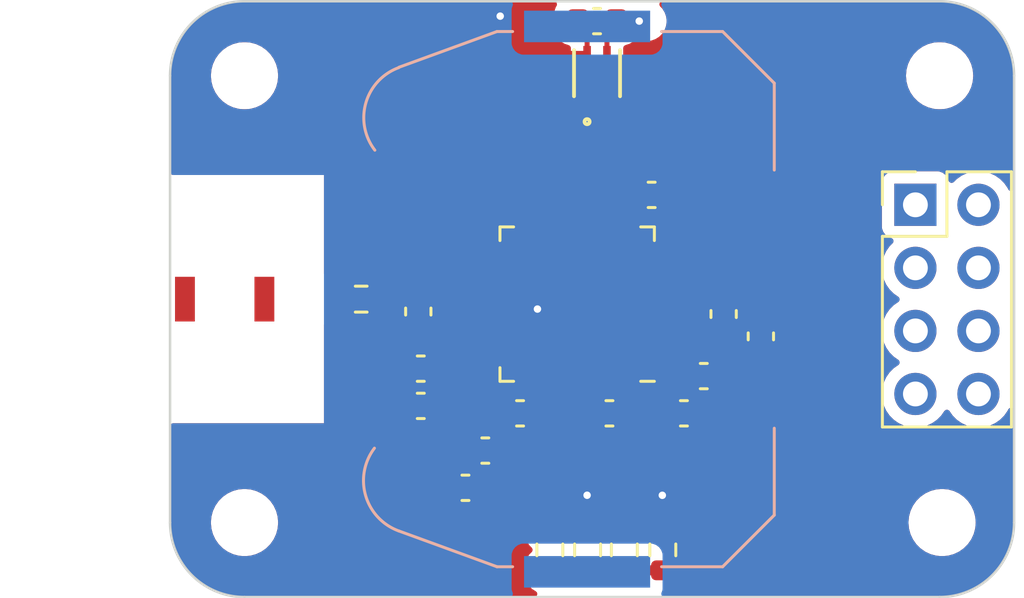
<source format=kicad_pcb>
(kicad_pcb (version 20221018) (generator pcbnew)

  (general
    (thickness 1.6)
  )

  (paper "A4")
  (layers
    (0 "F.Cu" signal)
    (31 "B.Cu" signal)
    (32 "B.Adhes" user "B.Adhesive")
    (33 "F.Adhes" user "F.Adhesive")
    (34 "B.Paste" user)
    (35 "F.Paste" user)
    (36 "B.SilkS" user "B.Silkscreen")
    (37 "F.SilkS" user "F.Silkscreen")
    (38 "B.Mask" user)
    (39 "F.Mask" user)
    (40 "Dwgs.User" user "User.Drawings")
    (41 "Cmts.User" user "User.Comments")
    (42 "Eco1.User" user "User.Eco1")
    (43 "Eco2.User" user "User.Eco2")
    (44 "Edge.Cuts" user)
    (45 "Margin" user)
    (46 "B.CrtYd" user "B.Courtyard")
    (47 "F.CrtYd" user "F.Courtyard")
    (48 "B.Fab" user)
    (49 "F.Fab" user)
    (50 "User.1" user)
    (51 "User.2" user)
    (52 "User.3" user)
    (53 "User.4" user)
    (54 "User.5" user)
    (55 "User.6" user)
    (56 "User.7" user)
    (57 "User.8" user)
    (58 "User.9" user)
  )

  (setup
    (stackup
      (layer "F.SilkS" (type "Top Silk Screen"))
      (layer "F.Paste" (type "Top Solder Paste"))
      (layer "F.Mask" (type "Top Solder Mask") (thickness 0.01))
      (layer "F.Cu" (type "copper") (thickness 0.035))
      (layer "dielectric 1" (type "core") (thickness 1.51) (material "FR4") (epsilon_r 4.5) (loss_tangent 0.02))
      (layer "B.Cu" (type "copper") (thickness 0.035))
      (layer "B.Mask" (type "Bottom Solder Mask") (thickness 0.01))
      (layer "B.Paste" (type "Bottom Solder Paste"))
      (layer "B.SilkS" (type "Bottom Silk Screen"))
      (copper_finish "None")
      (dielectric_constraints no)
    )
    (pad_to_mask_clearance 0)
    (pcbplotparams
      (layerselection 0x00010fc_ffffffff)
      (plot_on_all_layers_selection 0x0000000_00000000)
      (disableapertmacros false)
      (usegerberextensions false)
      (usegerberattributes true)
      (usegerberadvancedattributes true)
      (creategerberjobfile true)
      (dashed_line_dash_ratio 12.000000)
      (dashed_line_gap_ratio 3.000000)
      (svgprecision 4)
      (plotframeref false)
      (viasonmask false)
      (mode 1)
      (useauxorigin false)
      (hpglpennumber 1)
      (hpglpenspeed 20)
      (hpglpendiameter 15.000000)
      (dxfpolygonmode true)
      (dxfimperialunits true)
      (dxfusepcbnewfont true)
      (psnegative false)
      (psa4output false)
      (plotreference true)
      (plotvalue true)
      (plotinvisibletext false)
      (sketchpadsonfab false)
      (subtractmaskfromsilk false)
      (outputformat 1)
      (mirror false)
      (drillshape 1)
      (scaleselection 1)
      (outputdirectory "")
    )
  )

  (net 0 "")
  (net 1 "/RF")
  (net 2 "+3V3")
  (net 3 "GND")
  (net 4 "/XL1")
  (net 5 "/XL2")
  (net 6 "/DEC1")
  (net 7 "/DEC4")
  (net 8 "/DEC3")
  (net 9 "/DEC2")
  (net 10 "/XC1")
  (net 11 "/XC2")
  (net 12 "/ANT")
  (net 13 "/LED_RES1")
  (net 14 "/LED_RES2")
  (net 15 "unconnected-(J1-Pin_1-Pad1)")
  (net 16 "unconnected-(J1-Pin_2-Pad2)")
  (net 17 "unconnected-(J1-Pin_3-Pad3)")
  (net 18 "unconnected-(J1-Pin_4-Pad4)")
  (net 19 "unconnected-(J1-Pin_5-Pad5)")
  (net 20 "unconnected-(J1-Pin_6-Pad6)")
  (net 21 "unconnected-(J1-Pin_7-Pad7)")
  (net 22 "unconnected-(J1-Pin_8-Pad8)")
  (net 23 "/STATUS_LED1")
  (net 24 "/STATUS_LED2")
  (net 25 "unconnected-(U1-P0.02{slash}AIN0-Pad4)")
  (net 26 "unconnected-(U1-P0.03{slash}AIN1-Pad5)")
  (net 27 "unconnected-(U1-P0.04{slash}AIN2-Pad6)")
  (net 28 "unconnected-(U1-P0.05{slash}AIN3-Pad7)")
  (net 29 "unconnected-(U1-P0.06-Pad8)")
  (net 30 "unconnected-(U1-P0.07-Pad9)")
  (net 31 "unconnected-(U1-P0.08-Pad10)")
  (net 32 "unconnected-(U1-P0.09-Pad11)")
  (net 33 "unconnected-(U1-P0.10-Pad12)")
  (net 34 "unconnected-(U1-P0.11-Pad14)")
  (net 35 "unconnected-(U1-P0.12-Pad15)")
  (net 36 "unconnected-(U1-P0.15-Pad18)")
  (net 37 "unconnected-(U1-P0.16-Pad19)")
  (net 38 "unconnected-(U1-P0.17-Pad20)")
  (net 39 "unconnected-(U1-P0.18-Pad21)")
  (net 40 "unconnected-(U1-P0.19-Pad22)")
  (net 41 "unconnected-(U1-P0.20-Pad23)")
  (net 42 "/RESET")
  (net 43 "/SWDCLK")
  (net 44 "/SWDIO")
  (net 45 "unconnected-(U1-P0.22-Pad27)")
  (net 46 "unconnected-(U1-P0.23-Pad28)")
  (net 47 "unconnected-(U1-P0.24-Pad29)")
  (net 48 "unconnected-(U1-P0.25-Pad37)")
  (net 49 "unconnected-(U1-P0.26-Pad38)")
  (net 50 "unconnected-(U1-P0.27-Pad39)")
  (net 51 "unconnected-(U1-P0.28{slash}AIN4-Pad40)")
  (net 52 "unconnected-(U1-P0.31{slash}AIN7-Pad43)")
  (net 53 "unconnected-(U1-NC-Pad44)")
  (net 54 "unconnected-(U1-DCC-Pad47)")
  (net 55 "/SDA")
  (net 56 "/SCL")

  (footprint "Capacitor_SMD:C_0603_1608Metric" (layer "F.Cu") (at 146.1 70.8 180))

  (footprint "Capacitor_SMD:C_0603_1608Metric" (layer "F.Cu") (at 157.5 71.1 180))

  (footprint "MountingHole:MountingHole_2.2mm_M2" (layer "F.Cu") (at 167.1 77))

  (footprint "MountingHole:MountingHole_2.2mm_M2" (layer "F.Cu") (at 139 77))

  (footprint "Connector_PinHeader_2.54mm:PinHeader_2x04_P2.54mm_Vertical" (layer "F.Cu") (at 166.025 64.2))

  (footprint "encyclopedia_galactica:ECS-.327-12.5-12R-TR" (layer "F.Cu") (at 161.4 69.7 -90))

  (footprint "encyclopedia_galactica:2108838-1" (layer "F.Cu") (at 135.7 68))

  (footprint "MountingHole:MountingHole_2.2mm_M2" (layer "F.Cu") (at 139 59))

  (footprint "Resistor_SMD:R_0603_1608Metric" (layer "F.Cu") (at 151.3 78.1 -90))

  (footprint "Resistor_SMD:R_0603_1608Metric" (layer "F.Cu") (at 155.85 78.1 -90))

  (footprint "Package_DFN_QFN:QFN-48-1EP_6x6mm_P0.4mm_EP4.6x4.6mm" (layer "F.Cu") (at 152.4 68.2 180))

  (footprint "Capacitor_SMD:C_0603_1608Metric" (layer "F.Cu") (at 146.1 72.3 180))

  (footprint "Capacitor_SMD:C_0603_1608Metric" (layer "F.Cu") (at 156.7 72.6 180))

  (footprint "Capacitor_SMD:C_0603_1608Metric" (layer "F.Cu") (at 148.7 74.1))

  (footprint "Resistor_SMD:R_0603_1608Metric" (layer "F.Cu") (at 154.3 78.1 -90))

  (footprint "MountingHole:MountingHole_2.2mm_M2" (layer "F.Cu") (at 167 59))

  (footprint "Resistor_SMD:R_0603_1608Metric" (layer "F.Cu") (at 143.7 68 180))

  (footprint "Capacitor_SMD:C_0603_1608Metric" (layer "F.Cu") (at 150.1 72.6 180))

  (footprint "Capacitor_SMD:C_0603_1608Metric" (layer "F.Cu") (at 153.2 56.8 180))

  (footprint "Capacitor_SMD:C_0603_1608Metric" (layer "F.Cu") (at 158.3 68.6 90))

  (footprint "Capacitor_SMD:C_0603_1608Metric" (layer "F.Cu") (at 155.4 63.8 180))

  (footprint "encyclopedia_galactica:DFN4_SHT41_SEN" (layer "F.Cu") (at 153.2 58.9 90))

  (footprint "Capacitor_SMD:C_0603_1608Metric" (layer "F.Cu") (at 159.8 69.5 90))

  (footprint "encyclopedia_galactica:ABM11W-30.0000MHZ-7-D1X-T3" (layer "F.Cu") (at 147.8625 77.5))

  (footprint "Capacitor_SMD:C_0603_1608Metric" (layer "F.Cu") (at 146 68.5 90))

  (footprint "Capacitor_SMD:C_0603_1608Metric" (layer "F.Cu") (at 153.7 72.6 180))

  (footprint "Resistor_SMD:R_0603_1608Metric" (layer "F.Cu") (at 152.82 78.1 -90))

  (footprint "Capacitor_SMD:C_0603_1608Metric" (layer "F.Cu") (at 147.9 75.6 180))

  (footprint "Battery:BatteryHolder_Keystone_3034_1x20mm" (layer "B.Cu") (at 152.8 68 90))

  (gr_line locked (start 167 80) (end 139 80)
    (stroke (width 0.1) (type default)) (layer "Edge.Cuts") (tstamp 08989c7f-8be7-4618-b4a9-66154659e343))
  (gr_line locked (start 170 59) (end 170 77)
    (stroke (width 0.1) (type default)) (layer "Edge.Cuts") (tstamp 1231675c-3718-43d9-a61c-d3b6c198487d))
  (gr_arc locked (start 138.999999 80.000001) (mid 136.878679 79.121321) (end 135.999999 77.000001)
    (stroke (width 0.1) (type default)) (layer "Edge.Cuts") (tstamp 34487438-37a5-49be-9fd6-688f4639e1ac))
  (gr_arc locked (start 167 56) (mid 169.12132 56.87868) (end 170 59)
    (stroke (width 0.1) (type default)) (layer "Edge.Cuts") (tstamp 4fbc7faa-dbec-42b8-be31-564f189efab9))
  (gr_arc locked (start 135.999999 58.999999) (mid 136.878679 56.878679) (end 138.999999 55.999999)
    (stroke (width 0.1) (type default)) (layer "Edge.Cuts") (tstamp a862de9f-0aff-4a82-bdf1-27cd758348cd))
  (gr_line locked (start 139 56) (end 167 56)
    (stroke (width 0.1) (type default)) (layer "Edge.Cuts") (tstamp adf7a773-eb05-4123-a29d-7cacb7f98d27))
  (gr_arc locked (start 170.000001 77.000001) (mid 169.121321 79.121321) (end 167.000001 80.000001)
    (stroke (width 0.1) (type default)) (layer "Edge.Cuts") (tstamp b3224c81-250a-4378-84c6-43dfea589c64))
  (gr_line locked (start 136 77) (end 136 59)
    (stroke (width 0.1) (type default)) (layer "Edge.Cuts") (tstamp b51433e2-b31d-45d6-8106-ab8df75984df))

  (segment (start 149.325 72.6) (end 149.325 70.525) (width 0.4) (layer "F.Cu") (net 2) (tstamp 1ba7f92f-a63a-4cf7-9287-cd03cc27629a))
  (segment (start 154.625 63.8) (end 154.627 63.802) (width 0.4) (layer "F.Cu") (net 2) (tstamp 2e75af0c-7056-40f8-a561-66a08803ce1c))
  (segment (start 149.423 70.427) (end 149.45 70.427) (width 0.4) (layer "F.Cu") (net 2) (tstamp 32c04f70-9e4d-4f9d-ab89-74eb24821014))
  (segment (start 154.627 71.123) (end 154.627 71.15) (width 0.4) (layer "F.Cu") (net 2) (tstamp 394fa184-d8bf-4e92-ab69-783b6f1c0019))
  (segment (start 155.323 71.123) (end 154.627 71.123) (width 0.4) (layer "F.Cu") (net 2) (tstamp 499e0bed-dab3-4d3b-b2d4-a90cad6ac461))
  (segment (start 153.975 56.8) (end 154.9 56.8) (width 0.2) (layer "F.Cu") (net 2) (tstamp 53c27e49-f1cc-4770-b9fb-053144b2628a))
  (segment (start 154.627 63.802) (end 154.627 65.25) (width 0.4) (layer "F.Cu") (net 2) (tstamp 5ef0da8e-d0b0-4d14-abb2-4a25f6e85c75))
  (segment (start 155.925 71.725) (end 155.323 71.123) (width 0.4) (layer "F.Cu") (net 2) (tstamp 93342c4a-928a-49d6-a480-bc39be1affd9))
  (segment (start 149.325 70.525) (end 149.423 70.427) (width 0.4) (layer "F.Cu") (net 2) (tstamp d9b33c14-b874-43df-bb52-9374ccff1719))
  (segment (start 155.925 72.6) (end 155.925 71.725) (width 0.4) (layer "F.Cu") (net 2) (tstamp e4f8feb9-1e4f-4db2-8d41-f86507bc0b7a))
  (segment (start 153.60005 58.1531) (end 153.60005 57.17495) (width 0.2) (layer "F.Cu") (net 2) (tstamp efd9bdc1-aee7-4265-9124-baad6d384bd5))
  (segment (start 153.60005 57.17495) (end 153.975 56.8) (width 0.2) (layer "F.Cu") (net 2) (tstamp f9f3da7b-d9c7-49eb-8035-92852534fe8d))
  (via (at 154.9 56.8) (size 0.6) (drill 0.3) (layers "F.Cu" "B.Cu") (net 2) (tstamp adebbcfc-3eee-44b3-90e3-78f18e1b59e5))
  (segment (start 155.85 75.9225) (end 155.83 75.9025) (width 0.2) (layer "F.Cu") (net 3) (tstamp 0bb0284d-a5ee-48dc-8fca-ae39873d99f2))
  (segment (start 149.5 56.8) (end 149.3 56.6) (width 0.2) (layer "F.Cu") (net 3) (tstamp 0d86079e-e2d0-4bc6-b49a-1e0f03479f94))
  (segment (start 153.4 71.15) (end 153.4 72.125) (width 0.2) (layer "F.Cu") (net 3) (tstamp 18552007-c94d-4e05-945b-8e4cd388f54a))
  (segment (start 149.45 68.4) (end 146.875 68.4) (width 0.25) (layer "F.Cu") (net 3) (tstamp 1c309b52-6d14-4f0f-b8f9-96f858105313))
  (segment (start 149.45 68.4) (end 150.8 68.4) (width 0.25) (layer "F.Cu") (net 3) (tstamp 33409792-059e-44ad-b23d-6172d7a24809))
  (segment (start 152.79995 57.17495) (end 152.425 56.8) (width 0.2) (layer "F.Cu") (net 3) (tstamp 3fb899d2-8fac-455b-94ac-b632aae514a5))
  (segment (start 153.4 72.125) (end 152.925 72.6) (width 0.2) (layer "F.Cu") (net 3) (tstamp 638c879c-7117-4fc2-940f-a922e69a6f47))
  (segment (start 152.82 77.275) (end 152.82 75.92) (width 0.2) (layer "F.Cu") (net 3) (tstamp 67baf677-c4f9-4809-ba47-c6e41e8c7d5e))
  (segment (start 155.85 77.2775) (end 155.85 75.9225) (width 0.2) (layer "F.Cu") (net 3) (tstamp 7b0af5a0-f2e5-4454-a549-58d266898891))
  (segment (start 152.82 75.92) (end 152.8 75.9) (width 0.2) (layer "F.Cu") (net 3) (tstamp 965de36d-bb4b-4fa5-89c8-889786ccd55c))
  (segment (start 152.425 56.8) (end 149.5 56.8) (width 0.2) (layer "F.Cu") (net 3) (tstamp c934c963-e62b-4628-8542-39919224134f))
  (segment (start 152.79995 58.1531) (end 152.79995 57.17495) (width 0.2) (layer "F.Cu") (net 3) (tstamp f0b65469-7759-4345-b000-84b003316c26))
  (segment (start 146.875 68.4) (end 146 69.275) (width 0.25) (layer "F.Cu") (net 3) (tstamp f5f0b398-56bf-43af-9edc-e38295c36700))
  (via (at 152.8 75.9) (size 0.6) (drill 0.3) (layers "F.Cu" "B.Cu") (net 3) (tstamp 28f802bd-99d9-4436-bdf1-e78ad560db67))
  (via (at 150.8 68.4) (size 0.6) (drill 0.3) (layers "F.Cu" "B.Cu") (net 3) (tstamp 3146a7e4-d0e7-44ee-b8ca-9381cf88b714))
  (via (at 149.3 56.6) (size 0.6) (drill 0.3) (layers "F.Cu" "B.Cu") (net 3) (tstamp 56b57a31-f26e-4982-a25b-c71011bf6be5))
  (via (at 155.83 75.9025) (size 0.6) (drill 0.3) (layers "F.Cu" "B.Cu") (net 3) (tstamp 78bcdae5-aef3-42df-98dd-ae54ab6b8075))
  (segment (start 159.725 70.2) (end 159.8 70.275) (width 0.2) (layer "F.Cu") (net 4) (tstamp 1e13c5ac-04f7-4daa-8cfa-dca91b9c5d62))
  (segment (start 160.075 70) (end 159.8 70.275) (width 0.2) (layer "F.Cu") (net 4) (tstamp 65a11027-62df-49b1-9974-3a3bc73f9f7b))
  (segment (start 156.1 70) (end 156.3 70.2) (width 0.2) (layer "F.Cu") (net 4) (tstamp 6ecd564c-2383-4624-ace4-b17e9dda12ff))
  (segment (start 161.4 70.4) (end 161 70) (width 0.2) (layer "F.Cu") (net 4) (tstamp 80301a01-d240-4132-a8a9-daebb3b237e2))
  (segment (start 156.3 70.2) (end 159.725 70.2) (width 0.2) (layer "F.Cu") (net 4) (tstamp 8bdf7498-feff-495a-9015-4f4de41794d7))
  (segment (start 161 70) (end 160.075 70) (width 0.2) (layer "F.Cu") (net 4) (tstamp b5417e2b-b822-44ce-96f3-46a07ebd3368))
  (segment (start 155.35 70) (end 156.1 70) (width 0.2) (layer "F.Cu") (net 4) (tstamp cf10b618-715d-4a5e-a4f3-83f75d1780ee))
  (segment (start 158.327 69.402) (end 158.3 69.375) (width 0.2) (layer "F.Cu") (net 5) (tstamp 0d0251a8-4c0d-4519-b558-19030661073c))
  (segment (start 158.3 69.375) (end 158.275 69.4) (width 0.2) (layer "F.Cu") (net 5) (tstamp 36562a78-9866-4dbb-8bce-7ce4904cc3b7))
  (segment (start 160.998 69.402) (end 158.327 69.402) (width 0.2) (layer "F.Cu") (net 5) (tstamp 76ec3255-54e3-4271-90f8-e3b26198a865))
  (segment (start 158.275 69.4) (end 156.3 69.4) (width 0.2) (layer "F.Cu") (net 5) (tstamp 8238d9ee-5c76-40d6-bfe3-f3ebbe4640a0))
  (segment (start 156.3 69.4) (end 156.1 69.6) (width 0.2) (layer "F.Cu") (net 5) (tstamp b24a59e9-cfcc-40b8-b983-d5eb1544de58))
  (segment (start 156.1 69.6) (end 155.35 69.6) (width 0.2) (layer "F.Cu") (net 5) (tstamp d8233f54-a7c9-4269-8b65-8384d3ddae3b))
  (segment (start 161.4 69) (end 160.998 69.402) (width 0.2) (layer "F.Cu") (net 5) (tstamp f6f20d67-a877-425e-bfdd-88fbd10ab929))
  (segment (start 156.025 70.4) (end 156.725 71.1) (width 0.2) (layer "F.Cu") (net 6) (tstamp 4e960137-b053-4342-ad59-9f3383fd3277))
  (segment (start 155.35 70.4) (end 156.025 70.4) (width 0.2) (layer "F.Cu") (net 6) (tstamp 69b26300-1b53-4177-8f77-9e266c6b51c5))
  (segment (start 153.8 71.15) (end 153.8 72.1) (width 0.2) (layer "F.Cu") (net 7) (tstamp 1bc8ee7b-639b-4aec-9d7c-d3cbf6d4b881))
  (segment (start 154.3 72.6) (end 154.475 72.6) (width 0.2) (layer "F.Cu") (net 7) (tstamp 640bf057-55b1-426c-b0c1-02ae8ecb3b09))
  (segment (start 153.8 72.1) (end 154.3 72.6) (width 0.2) (layer "F.Cu") (net 7) (tstamp 6d8fe305-d661-4e5b-9548-ebd982ca9cae))
  (segment (start 146.875 72.3) (end 147.598 71.577) (width 0.2) (layer "F.Cu") (net 8) (tstamp 0d0984ac-ea06-4375-ad8e-bd5433219839))
  (segment (start 147.598 71.577) (end 147.598 70.535367) (width 0.2) (layer "F.Cu") (net 8) (tstamp 3dcda018-a6f9-4087-82ac-666aa8156af7))
  (segment (start 147.598 70.535367) (end 148.933367 69.2) (width 0.2) (layer "F.Cu") (net 8) (tstamp 69a3ae3f-d398-4b32-99b4-00375c50406e))
  (segment (start 148.933367 69.2) (end 149.45 69.2) (width 0.2) (layer "F.Cu") (net 8) (tstamp e05cf5b3-c72a-495e-b1cc-122a4efa1767))
  (segment (start 146.875 70.795919) (end 148.870919 68.8) (width 0.2) (layer "F.Cu") (net 9) (tstamp 644292fb-34fb-4de7-9fc7-62c8b49be73c))
  (segment (start 148.870919 68.8) (end 149.45 68.8) (width 0.2) (layer "F.Cu") (net 9) (tstamp 9bb79bf7-aedc-45ed-8f29-4ff9ab225ac3))
  (segment (start 146.875 70.8) (end 146.875 70.795919) (width 0.2) (layer "F.Cu") (net 9) (tstamp e8ad08f7-c6cd-4e3b-8375-3f992ed9053a))
  (segment (start 148.602 70.456263) (end 148.602 76.9105) (width 0.2) (layer "F.Cu") (net 10) (tstamp 13318889-6456-4535-a32f-b5aa96c91c90))
  (segment (start 148.602 76.9105) (end 148.4995 77.013) (width 0.2) (layer "F.Cu") (net 10) (tstamp 8bcd240c-4328-42f8-8e4f-a52503885da1))
  (segment (start 149.058263 70) (end 148.602 70.456263) (width 0.2) (layer "F.Cu") (net 10) (tstamp d4175255-4c97-420d-9b81-0285cbbd999a))
  (segment (start 149.45 70) (end 149.058263 70) (width 0.2) (layer "F.Cu") (net 10) (tstamp f165205a-8164-4f83-9439-ae387782ccb8))
  (segment (start 147.925 70.670815) (end 147.925 74.1) (width 0.2) (layer "F.Cu") (net 11) (tstamp 00d6355d-6451-4007-b67b-40303c4b4047))
  (segment (start 147.86 74.165) (end 147.925 74.1) (width 0.2) (layer "F.Cu") (net 11) (tstamp 3fed197b-4f1c-4209-a23e-9cd421c5c7a2))
  (segment (start 147.3765 77.987) (end 147.86 77.5035) (width 0.2) (layer "F.Cu") (net 11) (tstamp 5df4cfa5-343b-4e92-9b6d-c9c3535f07d4))
  (segment (start 148.995815 69.6) (end 147.925 70.670815) (width 0.2) (layer "F.Cu") (net 11) (tstamp 73495c88-45ea-48aa-b6b6-b27337afd5ca))
  (segment (start 149.45 69.6) (end 148.995815 69.6) (width 0.2) (layer "F.Cu") (net 11) (tstamp 99490971-551b-4062-ae28-5a8263dccfca))
  (segment (start 147.2255 77.987) (end 147.3765 77.987) (width 0.2) (layer "F.Cu") (net 11) (tstamp dd5f6414-db51-41e9-8260-aedf145f2eee))
  (segment (start 147.86 77.5035) (end 147.86 74.165) (width 0.2) (layer "F.Cu") (net 11) (tstamp edb7b77d-6f12-4b60-9468-3a132b219fef))
  (segment (start 154.3 78.925) (end 155.85 78.925) (width 0.4) (layer "F.Cu") (net 13) (tstamp 0be69020-b894-4109-8dd4-38726a0003f4))
  (segment (start 151.3 78.925) (end 152.82 78.925) (width 0.4) (layer "F.Cu") (net 14) (tstamp 301bff5a-9abc-48ee-98aa-58fccab59040))
  (segment (start 152.2 74.527355) (end 154.3 76.627355) (width 0.2) (layer "F.Cu") (net 23) (tstamp 31647fc2-f1c4-4be4-b1fb-d89dc6246889))
  (segment (start 154.3 76.627355) (end 154.3 77.275) (width 0.2) (layer "F.Cu") (net 23) (tstamp a19264f6-df18-4166-8583-9ddb12a5ad6f))
  (segment (start 152.2 71.15) (end 152.2 74.527355) (width 0.2) (layer "F.Cu") (net 23) (tstamp d2800a22-2fe7-4ad4-9241-c15a2049143c))
  (segment (start 151.3 75) (end 151.3 77.275) (width 0.2) (layer "F.Cu") (net 24) (tstamp 42fbaa09-c789-4245-aa60-978ac35d2a89))
  (segment (start 151.8 71.15) (end 151.8 74.5) (width 0.2) (layer "F.Cu") (net 24) (tstamp c17b9b74-77c3-46b9-9c24-0bf4d86d04ee))
  (segment (start 151.8 74.5) (end 151.3 75) (width 0.2) (layer "F.Cu") (net 24) (tstamp fb9207b3-6e69-4b5e-8c50-c302ebcd2d52))
  (segment (start 153 59.84695) (end 152.79995 59.6469) (width 0.2) (layer "F.Cu") (net 55) (tstamp 470447ce-6c33-4f7d-9fe7-842a1e024d0f))
  (segment (start 153 65.25) (end 153 59.84695) (width 0.2) (layer "F.Cu") (net 55) (tstamp 767dbd62-d7f5-4e4e-8af1-03c2aceead2e))
  (segment (start 153.4 59.84695) (end 153.60005 59.6469) (width 0.2) (layer "F.Cu") (net 56) (tstamp 1e54e98a-2cfd-4c40-8b7f-21c3f11c163e))
  (segment (start 153.4 65.25) (end 153.4 59.84695) (width 0.2) (layer "F.Cu") (net 56) (tstamp 22d99976-5d94-4a62-9f77-e8dd82f0a568))

  (zone (net 0) (net_name "") (layer "F.Cu") (tstamp 2311c68b-80fb-4d1f-a729-d07f6aa56254) (hatch edge 0.5)
    (connect_pads yes (clearance 0))
    (min_thickness 0.25) (filled_areas_thickness no)
    (keepout (tracks allowed) (vias allowed) (pads allowed) (copperpour not_allowed) (footprints allowed))
    (fill (thermal_gap 0.5) (thermal_bridge_width 0.5))
    (polygon
      (pts
        (xy 145.4 68.7)
        (xy 145.4 70)
        (xy 144.3 70)
        (xy 144.3 68.8)
        (xy 145 68.8)
        (xy 145 66.9)
        (xy 148.7 66.9)
        (xy 148.7 68.1)
        (xy 146.6 68.1)
        (xy 146 68.7)
      )
    )
  )
  (zone (net 3) (net_name "GND") (layer "F.Cu") (tstamp 28f39ccb-96f7-4833-843c-213afdbb3fa7) (hatch edge 0.5)
    (priority 1)
    (connect_pads yes (clearance 0.5))
    (min_thickness 0.25) (filled_areas_thickness no)
    (fill yes (thermal_gap 0.5) (thermal_bridge_width 0.5))
    (polygon
      (pts
        (xy 145.4 68.7)
        (xy 145.4 70)
        (xy 147.1 70)
        (xy 148.5 68.6)
        (xy 149.7 68.6)
        (xy 149.7 68.1)
        (xy 146.6 68.1)
        (xy 146 68.7)
      )
    )
    (filled_polygon
      (layer "F.Cu")
      (pts
        (xy 148.498493 68.119685)
        (xy 148.544248 68.172489)
        (xy 148.554192 68.241647)
        (xy 148.525167 68.305203)
        (xy 148.50694 68.322376)
        (xy 148.442638 68.371716)
        (xy 148.420938 68.399994)
        (xy 148.415587 68.406096)
        (xy 147.033501 69.788181)
        (xy 146.972178 69.821666)
        (xy 146.94582 69.8245)
        (xy 146.601662 69.8245)
        (xy 146.601644 69.824501)
        (xy 146.502292 69.83465)
        (xy 146.502289 69.834651)
        (xy 146.341305 69.887996)
        (xy 146.341294 69.888001)
        (xy 146.196959 69.977029)
        (xy 146.196955 69.977032)
        (xy 146.173987 70)
        (xy 145.4 70)
        (xy 145.4 68.824)
        (xy 145.419685 68.756961)
        (xy 145.472489 68.711206)
        (xy 145.524 68.7)
        (xy 146.000001 68.7)
        (xy 146.022788 68.690561)
        (xy 146.023585 68.692486)
        (xy 146.049506 68.678333)
        (xy 146.075864 68.675499)
        (xy 146.298338 68.675499)
        (xy 146.298344 68.675499)
        (xy 146.298352 68.675498)
        (xy 146.298355 68.675498)
        (xy 146.35276 68.66994)
        (xy 146.397708 68.665349)
        (xy 146.558697 68.612003)
        (xy 146.703044 68.522968)
        (xy 146.822968 68.403044)
        (xy 146.912003 68.258697)
        (xy 146.936425 68.184995)
        (xy 146.976198 68.127551)
        (xy 147.040714 68.100728)
        (xy 147.054131 68.1)
        (xy 148.431454 68.1)
      )
    )
  )
  (zone (net 3) (net_name "GND") (layer "F.Cu") (tstamp 302decaf-6b4f-4719-bff2-34585e01e525) (hatch edge 0.5)
    (connect_pads (clearance 0.5))
    (min_thickness 0.25) (filled_areas_thickness no)
    (fill yes (thermal_gap 0.5) (thermal_bridge_width 0.5))
    (polygon
      (pts
        (xy 136 56)
        (xy 170 56)
        (xy 170 80)
        (xy 136 80)
      )
    )
    (filled_polygon
      (layer "F.Cu")
      (pts
        (xy 143.743334 68.699838)
        (xy 143.787681 68.728339)
        (xy 143.889811 68.830469)
        (xy 143.889813 68.83047)
        (xy 143.889815 68.830472)
        (xy 144.035394 68.918478)
        (xy 144.197804 68.969086)
        (xy 144.197816 68.969087)
        (xy 144.200181 68.969558)
        (xy 144.201447 68.97022)
        (xy 144.204068 68.971037)
        (xy 144.203919 68.971513)
        (xy 144.262094 69.001937)
        (xy 144.296674 69.06265)
        (xy 144.3 69.091177)
        (xy 144.3 70)
        (xy 144.365247 70)
        (xy 144.432286 70.019685)
        (xy 144.478041 70.072489)
        (xy 144.487985 70.141647)
        (xy 144.470786 70.189097)
        (xy 144.438454 70.241513)
        (xy 144.438452 70.241518)
        (xy 144.385144 70.402393)
        (xy 144.375 70.501677)
        (xy 144.375 70.55)
        (xy 145.451 70.55)
        (xy 145.518039 70.569685)
        (xy 145.563794 70.622489)
        (xy 145.575 70.674)
        (xy 145.575 73.274999)
        (xy 145.598308 73.274999)
        (xy 145.598322 73.274998)
        (xy 145.697607 73.264855)
        (xy 145.858481 73.211547)
        (xy 145.858492 73.211542)
        (xy 146.002731 73.122573)
        (xy 146.011959 73.113345)
        (xy 146.073279 73.079856)
        (xy 146.142971 73.084835)
        (xy 146.187327 73.113339)
        (xy 146.196955 73.122967)
        (xy 146.196959 73.12297)
        (xy 146.341294 73.211998)
        (xy 146.341297 73.211999)
        (xy 146.341303 73.212003)
        (xy 146.502292 73.265349)
        (xy 146.601655 73.2755)
        (xy 146.979773 73.275499)
        (xy 147.046811 73.295183)
        (xy 147.092566 73.347987)
        (xy 147.10251 73.417146)
        (xy 147.085311 73.464596)
        (xy 147.037998 73.5413)
        (xy 147.037996 73.541305)
        (xy 146.984651 73.70229)
        (xy 146.9745 73.801647)
        (xy 146.9745 74.398337)
        (xy 146.974501 74.398355)
        (xy 146.9837 74.488399)
        (xy 146.97093 74.557092)
        (xy 146.923049 74.607976)
        (xy 146.860352 74.625)
        (xy 146.851698 74.625)
        (xy 146.851676 74.625001)
        (xy 146.752392 74.635144)
        (xy 146.591518 74.688452)
        (xy 146.591507 74.688457)
        (xy 146.447271 74.777424)
        (xy 146.447267 74.777427)
        (xy 146.327427 74.897267)
        (xy 146.327424 74.897271)
        (xy 146.238457 75.041507)
        (xy 146.238452 75.041518)
        (xy 146.185144 75.202393)
        (xy 146.175 75.301677)
        (xy 146.175 75.35)
        (xy 147.1355 75.35)
        (xy 147.202539 75.369685)
        (xy 147.248294 75.422489)
        (xy 147.2595 75.474)
        (xy 147.2595 77.139)
        (xy 147.239815 77.206039)
        (xy 147.187011 77.251794)
        (xy 147.1355 77.263)
        (xy 146.288 77.263)
        (xy 146.288 77.448344)
        (xy 146.294401 77.507872)
        (xy 146.294403 77.507879)
        (xy 146.344645 77.642586)
        (xy 146.344649 77.642593)
        (xy 146.430809 77.757687)
        (xy 146.430812 77.75769)
        (xy 146.545906 77.84385)
        (xy 146.553696 77.848104)
        (xy 146.552489 77.850313)
        (xy 146.597754 77.884188)
        (xy 146.622181 77.949649)
        (xy 146.621438 77.974696)
        (xy 146.619818 77.987002)
        (xy 146.640455 78.14376)
        (xy 146.640456 78.143762)
        (xy 146.700964 78.289841)
        (xy 146.711879 78.304067)
        (xy 146.73707 78.369237)
        (xy 146.737495 78.379423)
        (xy 146.7375 78.379469)
        (xy 146.740429 78.394202)
        (xy 146.740432 78.394208)
        (xy 146.75159 78.410907)
        (xy 146.758138 78.415282)
        (xy 146.768296 78.42207)
        (xy 146.783027 78.425)
        (xy 146.783029 78.424999)
        (xy 146.789002 78.426188)
        (xy 146.788541 78.428502)
        (xy 146.841929 78.44959)
        (xy 146.884 78.481872)
        (xy 146.922659 78.511536)
        (xy 146.922661 78.511536)
        (xy 146.922663 78.511538)
        (xy 146.994945 78.541478)
        (xy 147.068738 78.572044)
        (xy 147.186139 78.5875)
        (xy 147.333072 78.5875)
        (xy 147.34117 78.58803)
        (xy 147.3765 78.592682)
        (xy 147.508677 78.57528)
        (xy 147.577709 78.586045)
        (xy 147.624127 78.623908)
        (xy 147.704813 78.73169)
        (xy 147.819906 78.81785)
        (xy 147.819913 78.817854)
        (xy 147.95462 78.868096)
        (xy 147.954627 78.868098)
        (xy 148.014155 78.874499)
        (xy 148.014172 78.8745)
        (xy 148.2495 78.8745)
        (xy 148.2495 78.237)
        (xy 148.7495 78.237)
        (xy 148.7495 78.8745)
        (xy 148.984828 78.8745)
        (xy 148.984844 78.874499)
        (xy 149.044372 78.868098)
        (xy 149.044379 78.868096)
        (xy 149.179086 78.817854)
        (xy 149.179093 78.81785)
        (xy 149.294187 78.73169)
        (xy 149.29419 78.731687)
        (xy 149.38035 78.616593)
        (xy 149.380354 78.616586)
        (xy 149.430596 78.481879)
        (xy 149.430598 78.481872)
        (xy 149.436999 78.422344)
        (xy 149.437 78.422327)
        (xy 149.437 78.237)
        (xy 148.7495 78.237)
        (xy 148.2495 78.237)
        (xy 148.2495 78.021926)
        (xy 148.269185 77.954887)
        (xy 148.285824 77.934239)
        (xy 148.288273 77.931788)
        (xy 148.288282 77.931782)
        (xy 148.384536 77.806341)
        (xy 148.384537 77.806337)
        (xy 148.388599 77.799304)
        (xy 148.391626 77.801051)
        (xy 148.425365 77.759162)
        (xy 148.491654 77.73708)
        (xy 148.496112 77.737)
        (xy 149.437 77.737)
        (xy 149.437 77.551672)
        (xy 149.436999 77.551655)
        (xy 149.430598 77.492127)
        (xy 149.430596 77.49212)
        (xy 149.380354 77.357413)
        (xy 149.38035 77.357406)
        (xy 149.29419 77.242313)
        (xy 149.233062 77.196552)
        (xy 149.191191 77.140618)
        (xy 149.186526 77.075391)
        (xy 149.185983 77.07532)
        (xy 149.186331 77.07267)
        (xy 149.186207 77.070926)
        (xy 149.186981 77.067734)
        (xy 149.187042 77.067265)
        (xy 149.187044 77.067262)
        (xy 149.2025 76.949861)
        (xy 149.207682 76.9105)
        (xy 149.20303 76.875169)
        (xy 149.2025 76.867071)
        (xy 149.2025 76.585032)
        (xy 149.222185 76.517993)
        (xy 149.261403 76.479494)
        (xy 149.33843 76.431982)
        (xy 149.353044 76.422968)
        (xy 149.472968 76.303044)
        (xy 149.562003 76.158697)
        (xy 149.615349 75.997708)
        (xy 149.6255 75.898345)
        (xy 149.625499 75.301656)
        (xy 149.616299 75.2116)
        (xy 149.62907 75.142907)
        (xy 149.676951 75.092023)
        (xy 149.739658 75.074999)
        (xy 149.748308 75.074999)
        (xy 149.748322 75.074998)
        (xy 149.847607 75.064855)
        (xy 150.008481 75.011547)
        (xy 150.008492 75.011542)
        (xy 150.152728 74.922575)
        (xy 150.152732 74.922572)
        (xy 150.272572 74.802732)
        (xy 150.272575 74.802728)
        (xy 150.361542 74.658492)
        (xy 150.361547 74.658481)
        (xy 150.414855 74.497606)
        (xy 150.424999 74.398322)
        (xy 150.425 74.398309)
        (xy 150.425 74.35)
        (xy 149.349 74.35)
        (xy 149.281961 74.330315)
        (xy 149.236206 74.277511)
        (xy 149.225 74.226)
        (xy 149.225 73.974)
        (xy 149.244685 73.906961)
        (xy 149.297489 73.861206)
        (xy 149.349 73.85)
        (xy 150.424999 73.85)
        (xy 150.424999 73.801692)
        (xy 150.424998 73.801677)
        (xy 150.415203 73.705798)
        (xy 150.427972 73.637106)
        (xy 150.475853 73.586221)
        (xy 150.543642 73.5693)
        (xy 150.551165 73.569838)
        (xy 150.601685 73.574999)
        (xy 150.625 73.574998)
        (xy 150.625 72.474)
        (xy 150.644685 72.406961)
        (xy 150.697489 72.361206)
        (xy 150.749 72.35)
        (xy 151.001 72.35)
        (xy 151.068039 72.369685)
        (xy 151.113794 72.422489)
        (xy 151.125 72.474)
        (xy 151.125 73.574999)
        (xy 151.161319 73.611318)
        (xy 151.158979 73.613657)
        (xy 151.188294 73.647488)
        (xy 151.1995 73.698999)
        (xy 151.1995 74.199902)
        (xy 151.179815 74.266941)
        (xy 151.163181 74.287583)
        (xy 150.906096 74.544668)
        (xy 150.899994 74.550019)
        (xy 150.87172 74.571715)
        (xy 150.871717 74.571718)
        (xy 150.871718 74.571718)
        (xy 150.78476 74.685044)
        (xy 150.777626 74.694341)
        (xy 150.775463 74.69716)
        (xy 150.714956 74.843237)
        (xy 150.714955 74.843239)
        (xy 150.694318 74.999998)
        (xy 150.694318 74.999999)
        (xy 150.698969 75.035326)
        (xy 150.6995 75.043428)
        (xy 150.6995 76.383284)
        (xy 150.679815 76.450323)
        (xy 150.639652 76.4894)
        (xy 150.589811 76.51953)
        (xy 150.46953 76.639811)
        (xy 150.381522 76.785393)
        (xy 150.330913 76.947807)
        (xy 150.3245 77.018386)
        (xy 150.3245 77.531613)
        (xy 150.330913 77.602192)
        (xy 150.330913 77.602194)
        (xy 150.330914 77.602196)
        (xy 150.381522 77.764606)
        (xy 150.469528 77.910185)
        (xy 150.571662 78.012319)
        (xy 150.605146 78.07364)
        (xy 150.600162 78.143332)
        (xy 150.571662 78.18768)
        (xy 150.469529 78.289813)
        (xy 150.381522 78.435393)
        (xy 150.330913 78.597807)
        (xy 150.3245 78.668386)
        (xy 150.3245 79.181613)
        (xy 150.330913 79.252192)
        (xy 150.330913 79.252194)
        (xy 150.330914 79.252196)
        (xy 150.356725 79.335027)
        (xy 150.381522 79.414606)
        (xy 150.46953 79.560188)
        (xy 150.589811 79.680469)
        (xy 150.589813 79.68047)
        (xy 150.589815 79.680472)
        (xy 150.735394 79.768478)
        (xy 150.735395 79.768478)
        (xy 150.736892 79.769383)
        (xy 150.78408 79.820911)
        (xy 150.795918 79.889771)
        (xy 150.768649 79.954099)
        (xy 150.71093 79.993473)
        (xy 150.672742 79.9995)
        (xy 139.001604 79.9995)
        (xy 138.998358 79.999415)
        (xy 138.866613 79.99251)
        (xy 138.682985 79.982197)
        (xy 138.676758 79.981531)
        (xy 138.524368 79.957395)
        (xy 138.361834 79.929779)
        (xy 138.35617 79.928542)
        (xy 138.203295 79.88758)
        (xy 138.048278 79.842919)
        (xy 138.043221 79.841224)
        (xy 137.893812 79.783871)
        (xy 137.746001 79.722645)
        (xy 137.741579 79.720606)
        (xy 137.598087 79.647494)
        (xy 137.458519 79.570358)
        (xy 137.454741 79.568091)
        (xy 137.319137 79.480028)
        (xy 137.189232 79.387855)
        (xy 137.186091 79.385473)
        (xy 137.061245 79.284375)
        (xy 137.058973 79.282441)
        (xy 136.941276 79.177261)
        (xy 136.938749 79.174871)
        (xy 136.825127 79.061249)
        (xy 136.822737 79.058722)
        (xy 136.717557 78.941025)
        (xy 136.71563 78.938761)
        (xy 136.614525 78.813906)
        (xy 136.612143 78.810766)
        (xy 136.519971 78.680862)
        (xy 136.491118 78.636433)
        (xy 136.431895 78.545237)
        (xy 136.42964 78.541478)
        (xy 136.352505 78.401912)
        (xy 136.279392 78.258419)
        (xy 136.277358 78.254008)
        (xy 136.216128 78.106187)
        (xy 136.158767 77.956758)
        (xy 136.157079 77.951719)
        (xy 136.145024 77.909877)
        (xy 136.11242 77.796704)
        (xy 136.071453 77.643817)
        (xy 136.070225 77.638195)
        (xy 136.0426 77.475607)
        (xy 136.018464 77.323215)
        (xy 136.017802 77.317025)
        (xy 136.007489 77.133377)
        (xy 136.000584 77.001641)
        (xy 136.000542 77)
        (xy 137.644341 77)
        (xy 137.664936 77.235403)
        (xy 137.664938 77.235413)
        (xy 137.726094 77.463655)
        (xy 137.726096 77.463659)
        (xy 137.726097 77.463663)
        (xy 137.749474 77.513794)
        (xy 137.825964 77.677828)
        (xy 137.825965 77.67783)
        (xy 137.961505 77.871402)
        (xy 138.128597 78.038494)
        (xy 138.322169 78.174034)
        (xy 138.322171 78.174035)
        (xy 138.536337 78.273903)
        (xy 138.764592 78.335063)
        (xy 138.941034 78.3505)
        (xy 139.058966 78.3505)
        (xy 139.235408 78.335063)
        (xy 139.463663 78.273903)
        (xy 139.677829 78.174035)
        (xy 139.871401 78.038495)
        (xy 140.038495 77.871401)
        (xy 140.174035 77.67783)
        (xy 140.273903 77.463663)
        (xy 140.335063 77.235408)
        (xy 140.355659 77)
        (xy 140.335063 76.764592)
        (xy 140.275557 76.542511)
        (xy 140.273905 76.536344)
        (xy 140.273904 76.536343)
        (xy 140.273903 76.536337)
        (xy 140.174035 76.322171)
        (xy 140.174034 76.322169)
        (xy 140.038494 76.128597)
        (xy 139.871402 75.961505)
        (xy 139.712156 75.85)
        (xy 146.175001 75.85)
        (xy 146.175001 75.898322)
        (xy 146.185144 75.997607)
        (xy 146.238452 76.158481)
        (xy 146.238457 76.158492)
        (xy 146.325074 76.298918)
        (xy 146.343515 76.36631)
        (xy 146.335718 76.407348)
        (xy 146.294403 76.518119)
        (xy 146.294401 76.518127)
        (xy 146.288 76.577655)
        (xy 146.288 76.763)
        (xy 146.9755 76.763)
        (xy 146.9755 76.615)
        (xy 146.965731 76.605231)
        (xy 146.931961 76.595315)
        (xy 146.886206 76.542511)
        (xy 146.875 76.491)
        (xy 146.875 75.85)
        (xy 146.175001 75.85)
        (xy 139.712156 75.85)
        (xy 139.67783 75.825965)
        (xy 139.677828 75.825964)
        (xy 139.570745 75.77603)
        (xy 139.463663 75.726097)
        (xy 139.463659 75.726096)
        (xy 139.463655 75.726094)
        (xy 139.235413 75.664938)
        (xy 139.235403 75.664936)
        (xy 139.058966 75.6495)
        (xy 138.941034 75.6495)
        (xy 138.764596 75.664936)
        (xy 138.764586 75.664938)
        (xy 138.536344 75.726094)
        (xy 138.536335 75.726098)
        (xy 138.322171 75.825964)
        (xy 138.322169 75.825965)
        (xy 138.128597 75.961505)
        (xy 137.961506 76.128597)
        (xy 137.961501 76.128604)
        (xy 137.825967 76.322165)
        (xy 137.825965 76.322169)
        (xy 137.773374 76.434952)
        (xy 137.734589 76.518127)
        (xy 137.726098 76.536335)
        (xy 137.726094 76.536344)
        (xy 137.664938 76.764586)
        (xy 137.664936 76.764596)
        (xy 137.644341 76.999999)
        (xy 137.644341 77)
        (xy 136.000542 77)
        (xy 136.0005 76.998397)
        (xy 136.0005 73.124)
        (xy 136.020185 73.056961)
        (xy 136.072989 73.011206)
        (xy 136.1245 73)
        (xy 142.2 73)
        (xy 142.2 72.55)
        (xy 144.375001 72.55)
        (xy 144.375001 72.598322)
        (xy 144.385144 72.697607)
        (xy 144.438452 72.858481)
        (xy 144.438457 72.858492)
        (xy 144.527424 73.002728)
        (xy 144.527427 73.002732)
        (xy 144.647267 73.122572)
        (xy 144.647271 73.122575)
        (xy 144.791507 73.211542)
        (xy 144.791518 73.211547)
        (xy 144.952393 73.264855)
        (xy 145.051683 73.274999)
        (xy 145.075 73.274998)
        (xy 145.075 72.55)
        (xy 144.375001 72.55)
        (xy 142.2 72.55)
        (xy 142.2 72.05)
        (xy 144.375 72.05)
        (xy 145.075 72.05)
        (xy 145.075 71.05)
        (xy 144.375001 71.05)
        (xy 144.375001 71.098322)
        (xy 144.385144 71.197607)
        (xy 144.438452 71.358481)
        (xy 144.438457 71.358492)
        (xy 144.516429 71.484903)
        (xy 144.53487 71.552295)
        (xy 144.516429 71.615097)
        (xy 144.438457 71.741507)
        (xy 144.438452 71.741518)
        (xy 144.385144 71.902393)
        (xy 144.375 72.001677)
        (xy 144.375 72.05)
        (xy 142.2 72.05)
        (xy 142.2 69.02626)
        (xy 142.219685 68.959221)
        (xy 142.272489 68.913466)
        (xy 142.341647 68.903522)
        (xy 142.378044 68.916533)
        (xy 142.378555 68.9154)
        (xy 142.385389 68.918475)
        (xy 142.385394 68.918478)
        (xy 142.547804 68.969086)
        (xy 142.618384 68.9755)
        (xy 142.618387 68.9755)
        (xy 143.131613 68.9755)
        (xy 143.131616 68.9755)
        (xy 143.202196 68.969086)
        (xy 143.364606 68.918478)
        (xy 143.510185 68.830472)
        (xy 143.560842 68.779815)
        (xy 143.612319 68.728339)
        (xy 143.673642 68.694854)
      )
    )
    (filled_polygon
      (layer "F.Cu")
      (pts
        (xy 167.001619 56.000584)
        (xy 167.133628 56.007503)
        (xy 167.317027 56.017803)
        (xy 167.323212 56.018465)
        (xy 167.475647 56.042608)
        (xy 167.638194 56.070226)
        (xy 167.643811 56.071453)
        (xy 167.796693 56.112418)
        (xy 167.889122 56.139046)
        (xy 167.951724 56.157082)
        (xy 167.956759 56.158769)
        (xy 168.106183 56.216127)
        (xy 168.254007 56.277358)
        (xy 168.258412 56.279388)
        (xy 168.294423 56.297737)
        (xy 168.401921 56.352511)
        (xy 168.477428 56.394241)
        (xy 168.541477 56.42964)
        (xy 168.545216 56.431883)
        (xy 168.619487 56.480115)
        (xy 168.680872 56.51998)
        (xy 168.768357 56.582053)
        (xy 168.810764 56.612142)
        (xy 168.813886 56.61451)
        (xy 168.938748 56.715621)
        (xy 168.941034 56.717567)
        (xy 169.058721 56.822738)
        (xy 169.061248 56.825128)
        (xy 169.17487 56.93875)
        (xy 169.17726 56.941277)
        (xy 169.282431 57.058964)
        (xy 169.284385 57.06126)
        (xy 169.38548 57.186102)
        (xy 169.387862 57.189243)
        (xy 169.480019 57.319127)
        (xy 169.533758 57.401875)
        (xy 169.568106 57.454767)
        (xy 169.570364 57.458531)
        (xy 169.647488 57.598078)
        (xy 169.720604 57.741575)
        (xy 169.722643 57.745997)
        (xy 169.783877 57.893829)
        (xy 169.841221 58.043217)
        (xy 169.842916 58.048273)
        (xy 169.887579 58.203297)
        (xy 169.928541 58.356171)
        (xy 169.929778 58.361835)
        (xy 169.957394 58.524369)
        (xy 169.98153 58.676759)
        (xy 169.982196 58.682986)
        (xy 169.992509 58.866607)
        (xy 169.999415 58.998377)
        (xy 169.9995 59.001623)
        (xy 169.999499 63.521411)
        (xy 169.979814 63.58845)
        (xy 169.92701 63.634205)
        (xy 169.857852 63.644149)
        (xy 169.794296 63.615124)
        (xy 169.763119 63.573819)
        (xy 169.739035 63.522171)
        (xy 169.739034 63.52217)
        (xy 169.739033 63.522167)
        (xy 169.603494 63.328597)
        (xy 169.436402 63.161506)
        (xy 169.436395 63.161501)
        (xy 169.242834 63.025967)
        (xy 169.24283 63.025965)
        (xy 169.230351 63.020146)
        (xy 169.028663 62.926097)
        (xy 169.028659 62.926096)
        (xy 169.028655 62.926094)
        (xy 168.800413 62.864938)
        (xy 168.800403 62.864936)
        (xy 168.565001 62.844341)
        (xy 168.564999 62.844341)
        (xy 168.329596 62.864936)
        (xy 168.329586 62.864938)
        (xy 168.101344 62.926094)
        (xy 168.101335 62.926098)
        (xy 167.887171 63.025964)
        (xy 167.887169 63.025965)
        (xy 167.6936 63.161503)
        (xy 167.571673 63.28343)
        (xy 167.51035 63.316914)
        (xy 167.440658 63.31193)
        (xy 167.384725 63.270058)
        (xy 167.36781 63.239081)
        (xy 167.318797 63.107671)
        (xy 167.318793 63.107664)
        (xy 167.232547 62.992455)
        (xy 167.232544 62.992452)
        (xy 167.117335 62.906206)
        (xy 167.117328 62.906202)
        (xy 166.982482 62.855908)
        (xy 166.982483 62.855908)
        (xy 166.922883 62.849501)
        (xy 166.922881 62.8495)
        (xy 166.922873 62.8495)
        (xy 166.922864 62.8495)
        (xy 165.127129 62.8495)
        (xy 165.127123 62.849501)
        (xy 165.067516 62.855908)
        (xy 164.932671 62.906202)
        (xy 164.932664 62.906206)
        (xy 164.817455 62.992452)
        (xy 164.817452 62.992455)
        (xy 164.731206 63.107664)
        (xy 164.731202 63.107671)
        (xy 164.680908 63.242517)
        (xy 164.674501 63.302116)
        (xy 164.6745 63.302135)
        (xy 164.6745 65.09787)
        (xy 164.674501 65.097876)
        (xy 164.680908 65.157483)
        (xy 164.731202 65.292328)
        (xy 164.731206 65.292335)
        (xy 164.817452 65.407544)
        (xy 164.817455 65.407547)
        (xy 164.932664 65.493793)
        (xy 164.932671 65.493797)
        (xy 165.064081 65.54281)
        (xy 165.120015 65.584681)
        (xy 165.144432 65.650145)
        (xy 165.12958 65.718418)
        (xy 165.10843 65.746673)
        (xy 164.986503 65.8686)
        (xy 164.850965 66.062169)
        (xy 164.850964 66.062171)
        (xy 164.751098 66.276335)
        (xy 164.751094 66.276344)
        (xy 164.689938 66.504586)
        (xy 164.689936 66.504596)
        (xy 164.669341 66.739999)
        (xy 164.669341 66.74)
        (xy 164.689936 66.975403)
        (xy 164.689938 66.975413)
        (xy 164.751094 67.203655)
        (xy 164.751096 67.203659)
        (xy 164.751097 67.203663)
        (xy 164.827715 67.367971)
        (xy 164.850965 67.41783)
        (xy 164.850967 67.417834)
        (xy 164.875166 67.452393)
        (xy 164.986501 67.611396)
        (xy 164.986506 67.611402)
        (xy 165.153597 67.778493)
        (xy 165.153603 67.778498)
        (xy 165.339158 67.908425)
        (xy 165.382783 67.963002)
        (xy 165.389977 68.0325)
        (xy 165.358454 68.094855)
        (xy 165.339158 68.111575)
        (xy 165.153597 68.241505)
        (xy 164.986505 68.408597)
        (xy 164.850965 68.602169)
        (xy 164.850964 68.602171)
        (xy 164.751098 68.816335)
        (xy 164.751094 68.816344)
        (xy 164.689938 69.044586)
        (xy 164.689936 69.044596)
        (xy 164.669341 69.279999)
        (xy 164.669341 69.28)
        (xy 164.689936 69.515403)
        (xy 164.689938 69.515413)
        (xy 164.751094 69.743655)
        (xy 164.751096 69.743659)
        (xy 164.751097 69.743663)
        (xy 164.827215 69.906898)
        (xy 164.850965 69.95783)
        (xy 164.850967 69.957834)
        (xy 164.948382 70.096956)
        (xy 164.986501 70.151396)
        (xy 164.986506 70.151402)
        (xy 165.153597 70.318493)
        (xy 165.153603 70.318498)
        (xy 165.339158 70.448425)
        (xy 165.382783 70.503002)
        (xy 165.389977 70.5725)
        (xy 165.358454 70.634855)
        (xy 165.339158 70.651575)
        (xy 165.153597 70.781505)
        (xy 164.986505 70.948597)
        (xy 164.850965 71.142169)
        (xy 164.850964 71.142171)
        (xy 164.751098 71.356335)
        (xy 164.751094 71.356344)
        (xy 164.689938 71.584586)
        (xy 164.689936 71.584596)
        (xy 164.669341 71.819999)
        (xy 164.669341 71.82)
        (xy 164.689936 72.055403)
        (xy 164.689938 72.055413)
        (xy 164.751094 72.283655)
        (xy 164.751096 72.283659)
        (xy 164.751097 72.283663)
        (xy 164.827715 72.447971)
        (xy 164.850965 72.49783)
        (xy 164.850967 72.497834)
        (xy 164.959281 72.652521)
        (xy 164.986505 72.691401)
        (xy 165.153599 72.858495)
        (xy 165.210511 72.898345)
        (xy 165.347165 72.994032)
        (xy 165.347167 72.994033)
        (xy 165.34717 72.994035)
        (xy 165.561337 73.093903)
        (xy 165.789592 73.155063)
        (xy 165.977918 73.171539)
        (xy 166.024999 73.175659)
        (xy 166.025 73.175659)
        (xy 166.025001 73.175659)
        (xy 166.064234 73.172226)
        (xy 166.260408 73.155063)
        (xy 166.488663 73.093903)
        (xy 166.70283 72.994035)
        (xy 166.896401 72.858495)
        (xy 167.063495 72.691401)
        (xy 167.193424 72.505842)
        (xy 167.248002 72.462217)
        (xy 167.3175 72.455023)
        (xy 167.379855 72.486546)
        (xy 167.396575 72.505842)
        (xy 167.5265 72.691395)
        (xy 167.526505 72.691401)
        (xy 167.693599 72.858495)
        (xy 167.750511 72.898345)
        (xy 167.887165 72.994032)
        (xy 167.887167 72.994033)
        (xy 167.88717 72.994035)
        (xy 168.101337 73.093903)
        (xy 168.329592 73.155063)
        (xy 168.517918 73.171539)
        (xy 168.564999 73.175659)
        (xy 168.565 73.175659)
        (xy 168.565001 73.175659)
        (xy 168.604234 73.172226)
        (xy 168.800408 73.155063)
        (xy 169.028663 73.093903)
        (xy 169.24283 72.994035)
        (xy 169.436401 72.858495)
        (xy 169.603495 72.691401)
        (xy 169.739035 72.49783)
        (xy 169.763119 72.446181)
        (xy 169.809288 72.393745)
        (xy 169.876481 72.374592)
        (xy 169.943362 72.394807)
        (xy 169.988698 72.447971)
        (xy 169.999499 72.498588)
        (xy 169.9995 76.998395)
        (xy 169.999415 77.001641)
        (xy 169.99251 77.133377)
        (xy 169.982197 77.317013)
        (xy 169.981531 77.323239)
        (xy 169.957395 77.475631)
        (xy 169.929779 77.638164)
        (xy 169.928542 77.643828)
        (xy 169.88758 77.796704)
        (xy 169.842919 77.95172)
        (xy 169.841224 77.956777)
        (xy 169.783871 78.106187)
        (xy 169.722645 78.253997)
        (xy 169.720607 78.258419)
        (xy 169.647494 78.401912)
        (xy 169.570358 78.541479)
        (xy 169.568091 78.545257)
        (xy 169.480028 78.680862)
        (xy 169.387855 78.810766)
        (xy 169.385473 78.813907)
        (xy 169.284395 78.938729)
        (xy 169.282441 78.941025)
        (xy 169.177261 79.058722)
        (xy 169.174871 79.061249)
        (xy 169.061249 79.174871)
        (xy 169.058722 79.177261)
        (xy 168.941025 79.282441)
        (xy 168.938729 79.284395)
        (xy 168.813907 79.385473)
        (xy 168.810766 79.387855)
        (xy 168.680862 79.480028)
        (xy 168.545257 79.568091)
        (xy 168.541479 79.570358)
        (xy 168.401912 79.647494)
        (xy 168.258419 79.720607)
        (xy 168.253997 79.722645)
        (xy 168.106187 79.783871)
        (xy 167.956777 79.841224)
        (xy 167.95172 79.842919)
        (xy 167.796704 79.88758)
        (xy 167.643828 79.928542)
        (xy 167.638164 79.929779)
        (xy 167.475631 79.957395)
        (xy 167.323239 79.981531)
        (xy 167.317013 79.982197)
        (xy 167.133214 79.992519)
        (xy 167.001642 79.999415)
        (xy 166.998396 79.9995)
        (xy 156.477258 79.9995)
        (xy 156.410219 79.979815)
        (xy 156.364464 79.927011)
        (xy 156.35452 79.857853)
        (xy 156.383545 79.794297)
        (xy 156.413108 79.769383)
        (xy 156.414604 79.768478)
        (xy 156.414606 79.768478)
        (xy 156.560185 79.680472)
        (xy 156.680472 79.560185)
        (xy 156.768478 79.414606)
        (xy 156.819086 79.252196)
        (xy 156.8255 79.181616)
        (xy 156.8255 78.668384)
        (xy 156.819086 78.597804)
        (xy 156.768478 78.435394)
        (xy 156.680472 78.289815)
        (xy 156.68047 78.289813)
        (xy 156.680469 78.289811)
        (xy 156.577984 78.187326)
        (xy 156.544499 78.126003)
        (xy 156.549483 78.056311)
        (xy 156.577985 78.011963)
        (xy 156.680071 77.909878)
        (xy 156.680072 77.909877)
        (xy 156.768019 77.764395)
        (xy 156.81859 77.602106)
        (xy 156.825 77.531572)
        (xy 156.825 77.525)
        (xy 155.724 77.525)
        (xy 155.656961 77.505315)
        (xy 155.611206 77.452511)
        (xy 155.6 77.401)
        (xy 155.6 76.375)
        (xy 156.1 76.375)
        (xy 156.1 77.025)
        (xy 156.824999 77.025)
        (xy 156.824999 77.018417)
        (xy 156.823325 77)
        (xy 165.744341 77)
        (xy 165.764936 77.235403)
        (xy 165.764938 77.235413)
        (xy 165.826094 77.463655)
        (xy 165.826096 77.463659)
        (xy 165.826097 77.463663)
        (xy 165.849474 77.513794)
        (xy 165.925964 77.677828)
        (xy 165.925965 77.67783)
        (xy 166.061505 77.871402)
        (xy 166.228597 78.038494)
        (xy 166.422169 78.174034)
        (xy 166.422171 78.174035)
        (xy 166.636337 78.273903)
        (xy 166.864592 78.335063)
        (xy 167.041034 78.3505)
        (xy 167.158966 78.3505)
        (xy 167.335408 78.335063)
        (xy 167.563663 78.273903)
        (xy 167.777829 78.174035)
        (xy 167.971401 78.038495)
        (xy 168.138495 77.871401)
        (xy 168.274035 77.67783)
        (xy 168.373903 77.463663)
        (xy 168.435063 77.235408)
        (xy 168.455659 77)
        (xy 168.435063 76.764592)
        (xy 168.375557 76.542511)
        (xy 168.373905 76.536344)
        (xy 168.373904 76.536343)
        (xy 168.373903 76.536337)
        (xy 168.274035 76.322171)
        (xy 168.274034 76.322169)
        (xy 168.138494 76.128597)
        (xy 167.971402 75.961505)
        (xy 167.77783 75.825965)
        (xy 167.777828 75.825964)
        (xy 167.670746 75.776031)
        (xy 167.563663 75.726097)
        (xy 167.563659 75.726096)
        (xy 167.563655 75.726094)
        (xy 167.335413 75.664938)
        (xy 167.335403 75.664936)
        (xy 167.158966 75.6495)
        (xy 167.041034 75.6495)
        (xy 166.864596 75.664936)
        (xy 166.864586 75.664938)
        (xy 166.636344 75.726094)
        (xy 166.636335 75.726098)
        (xy 166.422171 75.825964)
        (xy 166.422169 75.825965)
        (xy 166.228597 75.961505)
        (xy 166.061506 76.128597)
        (xy 166.061501 76.128604)
        (xy 165.925967 76.322165)
        (xy 165.925965 76.322169)
        (xy 165.873374 76.434952)
        (xy 165.834589 76.518127)
        (xy 165.826098 76.536335)
        (xy 165.826094 76.536344)
        (xy 165.764938 76.764586)
        (xy 165.764936 76.764596)
        (xy 165.744341 76.999999)
        (xy 165.744341 77)
        (xy 156.823325 77)
        (xy 156.818591 76.947897)
        (xy 156.81859 76.947892)
        (xy 156.768018 76.785603)
        (xy 156.680072 76.640122)
        (xy 156.559877 76.519927)
        (xy 156.414395 76.43198)
        (xy 156.414396 76.43198)
        (xy 156.252105 76.381409)
        (xy 156.252106 76.381409)
        (xy 156.181572 76.375)
        (xy 156.1 76.375)
        (xy 155.6 76.375)
        (xy 155.599999 76.374999)
        (xy 155.518417 76.375)
        (xy 155.447897 76.381408)
        (xy 155.447892 76.381409)
        (xy 155.285603 76.431981)
        (xy 155.139633 76.520223)
        (xy 155.072078 76.538059)
        (xy 155.011332 76.520222)
        (xy 155.010186 76.519529)
        (xy 155.010185 76.519528)
        (xy 154.943962 76.479494)
        (xy 154.905114 76.456009)
        (xy 154.857927 76.404481)
        (xy 154.854704 76.397346)
        (xy 154.845448 76.374999)
        (xy 154.824536 76.324514)
        (xy 154.824535 76.324513)
        (xy 154.824535 76.324512)
        (xy 154.751463 76.229282)
        (xy 154.751448 76.229264)
        (xy 154.728281 76.199072)
        (xy 154.700013 76.177381)
        (xy 154.693917 76.172036)
        (xy 152.836819 74.314938)
        (xy 152.803334 74.253615)
        (xy 152.8005 74.227257)
        (xy 152.8005 72.474)
        (xy 152.820185 72.406961)
        (xy 152.872989 72.361206)
        (xy 152.9245 72.35)
        (xy 153.051 72.35)
        (xy 153.118039 72.369685)
        (xy 153.163794 72.422489)
        (xy 153.175 72.474)
        (xy 153.175 73.574999)
        (xy 153.198308 73.574999)
        (xy 153.198322 73.574998)
        (xy 153.297607 73.564855)
        (xy 153.458481 73.511547)
        (xy 153.458492 73.511542)
        (xy 153.602731 73.422573)
        (xy 153.611959 73.413345)
        (xy 153.673279 73.379856)
        (xy 153.742971 73.384835)
        (xy 153.787327 73.413339)
        (xy 153.796955 73.422967)
        (xy 153.796959 73.42297)
        (xy 153.941294 73.511998)
        (xy 153.941297 73.511999)
        (xy 153.941303 73.512003)
        (xy 154.102292 73.565349)
        (xy 154.201655 73.5755)
        (xy 154.748344 73.575499)
        (xy 154.748352 73.575498)
        (xy 154.748355 73.575498)
        (xy 154.809029 73.5693)
        (xy 154.847708 73.565349)
        (xy 155.008697 73.512003)
        (xy 155.085555 73.464596)
        (xy 155.134903 73.434158)
        (xy 155.202295 73.415717)
        (xy 155.265097 73.434158)
        (xy 155.391294 73.511998)
        (xy 155.391297 73.511999)
        (xy 155.391303 73.512003)
        (xy 155.552292 73.565349)
        (xy 155.651655 73.5755)
        (xy 156.198344 73.575499)
        (xy 156.198352 73.575498)
        (xy 156.198355 73.575498)
        (xy 156.259029 73.5693)
        (xy 156.297708 73.565349)
        (xy 156.458697 73.512003)
        (xy 156.603044 73.422968)
        (xy 156.612668 73.413343)
        (xy 156.673987 73.379856)
        (xy 156.743679 73.384835)
        (xy 156.788034 73.413339)
        (xy 156.797267 73.422572)
        (xy 156.797271 73.422575)
        (xy 156.941507 73.511542)
        (xy 156.941518 73.511547)
        (xy 157.102393 73.564855)
        (xy 157.201683 73.574999)
        (xy 157.225 73.574998)
        (xy 157.225 72.85)
        (xy 157.725 72.85)
        (xy 157.725 73.574999)
        (xy 157.748308 73.574999)
        (xy 157.748322 73.574998)
        (xy 157.847607 73.564855)
        (xy 158.008481 73.511547)
        (xy 158.008492 73.511542)
        (xy 158.152728 73.422575)
        (xy 158.152732 73.422572)
        (xy 158.272572 73.302732)
        (xy 158.272575 73.302728)
        (xy 158.361542 73.158492)
        (xy 158.361547 73.158481)
        (xy 158.414855 72.997606)
        (xy 158.424999 72.898322)
        (xy 158.425 72.898309)
        (xy 158.425 72.85)
        (xy 157.725 72.85)
        (xy 157.225 72.85)
        (xy 157.225 72.474)
        (xy 157.244685 72.406961)
        (xy 157.297489 72.361206)
        (xy 157.349 72.35)
        (xy 158.424999 72.35)
        (xy 158.424999 72.301692)
        (xy 158.424998 72.301674)
        (xy 158.415797 72.2116)
        (xy 158.428567 72.142907)
        (xy 158.476448 72.092023)
        (xy 158.539155 72.074999)
        (xy 158.548308 72.074999)
        (xy 158.548322 72.074998)
        (xy 158.647607 72.064855)
        (xy 158.808481 72.011547)
        (xy 158.808492 72.011542)
        (xy 158.952728 71.922575)
        (xy 158.952732 71.922572)
        (xy 159.072572 71.802732)
        (xy 159.072575 71.802728)
        (xy 159.161542 71.658492)
        (xy 159.161547 71.658481)
        (xy 159.214855 71.497606)
        (xy 159.224999 71.398321)
        (xy 159.224999 71.328322)
        (xy 159.244683 71.261282)
        (xy 159.297486 71.215526)
        (xy 159.366644 71.205582)
        (xy 159.388005 71.210615)
        (xy 159.401881 71.215212)
        (xy 159.402292 71.215349)
        (xy 159.501655 71.2255)
        (xy 160.098344 71.225499)
        (xy 160.098352 71.225498)
        (xy 160.098355 71.225498)
        (xy 160.15276 71.21994)
        (xy 160.197708 71.215349)
        (xy 160.358697 71.162003)
        (xy 160.436694 71.113892)
        (xy 160.504083 71.095452)
        (xy 160.570747 71.116373)
        (xy 160.576101 71.120164)
        (xy 160.607669 71.143796)
        (xy 160.607671 71.143797)
        (xy 160.742517 71.194091)
        (xy 160.742516 71.194091)
        (xy 160.749444 71.194835)
        (xy 160.802127 71.2005)
        (xy 161.997872 71.200499)
        (xy 162.057483 71.194091)
        (xy 162.192331 71.143796)
        (xy 162.307546 71.057546)
        (xy 162.393796 70.942331)
        (xy 162.444091 70.807483)
        (xy 162.4505 70.747873)
        (xy 162.450499 70.052128)
        (xy 162.444091 69.992517)
        (xy 162.438315 69.977032)
        (xy 162.393797 69.857671)
        (xy 162.393796 69.857669)
        (xy 162.331393 69.77431)
        (xy 162.306977 69.708847)
        (xy 162.321828 69.640574)
        (xy 162.331394 69.625689)
        (xy 162.39006 69.547321)
        (xy 162.393796 69.542331)
        (xy 162.444091 69.407483)
        (xy 162.4505 69.347873)
        (xy 162.450499 68.652128)
        (xy 162.444091 68.592517)
        (xy 162.438315 68.577032)
        (xy 162.393797 68.457671)
        (xy 162.393793 68.457664)
        (xy 162.307547 68.342455)
        (xy 162.307544 68.342452)
        (xy 162.192335 68.256206)
        (xy 162.192328 68.256202)
        (xy 162.057482 68.205908)
        (xy 162.057483 68.205908)
        (xy 161.997883 68.199501)
        (xy 161.997881 68.1995)
        (xy 161.997873 68.1995)
        (xy 161.997864 68.1995)
        (xy 160.802129 68.1995)
        (xy 160.802107 68.199502)
        (xy 160.799519 68.19978)
        (xy 160.798924 68.199672)
        (xy 160.798805 68.199679)
        (xy 160.798803 68.19965)
        (xy 160.730761 68.187361)
        (xy 160.680748 68.141585)
        (xy 160.622571 68.047266)
        (xy 160.502732 67.927427)
        (xy 160.502728 67.927424)
        (xy 160.358492 67.838457)
        (xy 160.358481 67.838452)
        (xy 160.197606 67.785144)
        (xy 160.098322 67.775)
        (xy 160.05 67.775)
        (xy 160.05 68.6775)
        (xy 160.030315 68.744539)
        (xy 159.977511 68.790294)
        (xy 159.926 68.8015)
        (xy 159.674 68.8015)
        (xy 159.606961 68.781815)
        (xy 159.561206 68.729011)
        (xy 159.55 68.6775)
        (xy 159.55 67.775)
        (xy 159.549999 67.774999)
        (xy 159.501693 67.775)
        (xy 159.501673 67.775001)
        (xy 159.4116 67.784203)
        (xy 159.342907 67.771433)
        (xy 159.292023 67.723552)
        (xy 159.274999 67.660845)
        (xy 159.274999 67.551692)
        (xy 159.274998 67.551677)
        (xy 159.264855 67.452392)
        (xy 159.211547 67.291518)
        (xy 159.211542 67.291507)
        (xy 159.122575 67.147271)
        (xy 159.122572 67.147267)
        (xy 159.002732 67.027427)
        (xy 159.002728 67.027424)
        (xy 158.858492 66.938457)
        (xy 158.858481 66.938452)
        (xy 158.697606 66.885144)
        (xy 158.598322 66.875)
        (xy 158.55 66.875)
        (xy 158.55 67.951)
        (xy 158.530315 68.018039)
        (xy 158.477511 68.063794)
        (xy 158.426 68.075)
        (xy 157.325001 68.075)
        (xy 157.325001 68.098322)
        (xy 157.335144 68.197607)
        (xy 157.388452 68.358481)
        (xy 157.388457 68.358492)
        (xy 157.477424 68.502728)
        (xy 157.477427 68.502732)
        (xy 157.48666 68.511965)
        (xy 157.520145 68.573288)
        (xy 157.515161 68.64298)
        (xy 157.486663 68.687324)
        (xy 157.477033 68.696953)
        (xy 157.477031 68.696956)
        (xy 157.450113 68.740598)
        (xy 157.398165 68.787322)
        (xy 157.344575 68.7995)
        (xy 156.37162 68.7995)
        (xy 156.304581 68.779815)
        (xy 156.258826 68.727011)
        (xy 156.248505 68.690285)
        (xy 156.245883 68.66845)
        (xy 156.239877 68.618436)
        (xy 156.239876 68.618434)
        (xy 156.239438 68.614785)
        (xy 156.239438 68.585215)
        (xy 156.239876 68.581565)
        (xy 156.239877 68.581564)
        (xy 156.2505 68.493102)
        (xy 156.2505 68.306898)
        (xy 156.250296 68.305203)
        (xy 156.245482 68.265111)
        (xy 156.239877 68.218436)
        (xy 156.239876 68.218434)
        (xy 156.239438 68.214785)
        (xy 156.239438 68.185215)
        (xy 156.239876 68.181565)
        (xy 156.239877 68.181564)
        (xy 156.2505 68.093102)
        (xy 156.2505 67.906898)
        (xy 156.239877 67.818436)
        (xy 156.239876 67.818434)
        (xy 156.239438 67.814785)
        (xy 156.239438 67.785215)
        (xy 156.239876 67.781565)
        (xy 156.239877 67.781564)
        (xy 156.2505 67.693102)
        (xy 156.2505 67.575)
        (xy 157.325 67.575)
        (xy 158.05 67.575)
        (xy 158.05 66.875)
        (xy 158.049999 66.874999)
        (xy 158.001693 66.875)
        (xy 158.001675 66.875001)
        (xy 157.902392 66.885144)
        (xy 157.741518 66.938452)
        (xy 157.741507 66.938457)
        (xy 157.597271 67.027424)
        (xy 157.597267 67.027427)
        (xy 157.477427 67.147267)
        (xy 157.477424 67.147271)
        (xy 157.388457 67.291507)
        (xy 157.388452 67.291518)
        (xy 157.335144 67.452393)
        (xy 157.325 67.551677)
        (xy 157.325 67.575)
        (xy 156.2505 67.575)
        (xy 156.2505 67.506898)
        (xy 156.239877 67.418436)
        (xy 156.239876 67.418434)
        (xy 156.239438 67.414785)
        (xy 156.239438 67.385215)
        (xy 156.239876 67.381565)
        (xy 156.239877 67.381564)
        (xy 156.2505 67.293102)
        (xy 156.2505 67.106898)
        (xy 156.249394 67.097692)
        (xy 156.24681 67.076169)
        (xy 156.239877 67.018436)
        (xy 156.239876 67.018434)
        (xy 156.239438 67.014785)
        (xy 156.239438 66.985215)
        (xy 156.239876 66.981565)
        (xy 156.239877 66.981564)
        (xy 156.2505 66.893102)
        (xy 156.2505 66.706898)
        (xy 156.239877 66.618436)
        (xy 156.239876 66.618434)
        (xy 156.239438 66.614785)
        (xy 156.239438 66.585215)
        (xy 156.239876 66.581565)
        (xy 156.239877 66.581564)
        (xy 156.2505 66.493102)
        (xy 156.2505 66.306898)
        (xy 156.239877 66.218436)
        (xy 156.239876 66.218434)
        (xy 156.239438 66.214785)
        (xy 156.239438 66.185215)
        (xy 156.239876 66.181565)
        (xy 156.239877 66.181564)
        (xy 156.2505 66.093102)
        (xy 156.2505 65.906898)
        (xy 156.239877 65.818436)
        (xy 156.184361 65.677658)
        (xy 156.18436 65.677657)
        (xy 156.18436 65.677656)
        (xy 156.092922 65.557077)
        (xy 155.972343 65.465639)
        (xy 155.831561 65.410122)
        (xy 155.785926 65.404642)
        (xy 155.743102 65.3995)
        (xy 155.743097 65.3995)
        (xy 155.4515 65.3995)
        (xy 155.384461 65.379815)
        (xy 155.338706 65.327011)
        (xy 155.3275 65.2755)
        (xy 155.3275 64.740033)
        (xy 155.347185 64.672994)
        (xy 155.399989 64.627239)
        (xy 155.469147 64.617295)
        (xy 155.516598 64.634495)
        (xy 155.641511 64.711544)
        (xy 155.641518 64.711547)
        (xy 155.802393 64.764855)
        (xy 155.901683 64.774999)
        (xy 155.925 64.774998)
        (xy 155.925 64.05)
        (xy 156.425 64.05)
        (xy 156.425 64.774999)
        (xy 156.448308 64.774999)
        (xy 156.448322 64.774998)
        (xy 156.547607 64.764855)
        (xy 156.708481 64.711547)
        (xy 156.708492 64.711542)
        (xy 156.852728 64.622575)
        (xy 156.852732 64.622572)
        (xy 156.972572 64.502732)
        (xy 156.972575 64.502728)
        (xy 157.061542 64.358492)
        (xy 157.061547 64.358481)
        (xy 157.114855 64.197606)
        (xy 157.124999 64.098322)
        (xy 157.125 64.098309)
        (xy 157.125 64.05)
        (xy 156.425 64.05)
        (xy 155.925 64.05)
        (xy 155.925 62.825)
        (xy 156.425 62.825)
        (xy 156.425 63.55)
        (xy 157.124999 63.55)
        (xy 157.124999 63.501692)
        (xy 157.124998 63.501677)
        (xy 157.114855 63.402392)
        (xy 157.061547 63.241518)
        (xy 157.061542 63.241507)
        (xy 156.972575 63.097271)
        (xy 156.972572 63.097267)
        (xy 156.852732 62.977427)
        (xy 156.852728 62.977424)
        (xy 156.708492 62.888457)
        (xy 156.708481 62.888452)
        (xy 156.547606 62.835144)
        (xy 156.448322 62.825)
        (xy 156.425 62.825)
        (xy 155.925 62.825)
        (xy 155.925 62.824999)
        (xy 155.901693 62.825)
        (xy 155.901674 62.825001)
        (xy 155.802392 62.835144)
        (xy 155.641518 62.888452)
        (xy 155.641507 62.888457)
        (xy 155.497271 62.977424)
        (xy 155.497265 62.977428)
        (xy 155.488031 62.986663)
        (xy 155.426707 63.020146)
        (xy 155.357015 63.015159)
        (xy 155.312672 62.98666)
        (xy 155.303044 62.977032)
        (xy 155.30304 62.977029)
        (xy 155.158705 62.888001)
        (xy 155.158699 62.887998)
        (xy 155.158697 62.887997)
        (xy 155.122492 62.876)
        (xy 154.997709 62.834651)
        (xy 154.898346 62.8245)
        (xy 154.351662 62.8245)
        (xy 154.351644 62.824501)
        (xy 154.252292 62.83465)
        (xy 154.252289 62.834651)
        (xy 154.163504 62.864072)
        (xy 154.093675 62.866474)
        (xy 154.033634 62.830742)
        (xy 154.002441 62.768221)
        (xy 154.0005 62.746366)
        (xy 154.0005 60.501983)
        (xy 154.020185 60.434944)
        (xy 154.050186 60.402718)
        (xy 154.110396 60.357646)
        (xy 154.196646 60.242431)
        (xy 154.246941 60.107583)
        (xy 154.25335 60.047973)
        (xy 154.253349 59.245828)
        (xy 154.246941 59.186217)
        (xy 154.196646 59.051369)
        (xy 154.196645 59.051368)
        (xy 154.196643 59.051364)
        (xy 154.158192 59)
        (xy 165.644341 59)
        (xy 165.664936 59.235403)
        (xy 165.664938 59.235413)
        (xy 165.726094 59.463655)
        (xy 165.726096 59.463659)
        (xy 165.726097 59.463663)
        (xy 165.77603 59.570746)
        (xy 165.825964 59.677828)
        (xy 165.825965 59.67783)
        (xy 165.961505 59.871402)
        (xy 166.128597 60.038494)
        (xy 166.322169 60.174034)
        (xy 166.322171 60.174035)
        (xy 166.536337 60.273903)
        (xy 166.764592 60.335063)
        (xy 166.941034 60.3505)
        (xy 167.058966 60.3505)
        (xy 167.235408 60.335063)
        (xy 167.463663 60.273903)
        (xy 167.677829 60.174035)
        (xy 167.871401 60.038495)
        (xy 168.038495 59.871401)
        (xy 168.174035 59.67783)
        (xy 168.273903 59.463663)
        (xy 168.335063 59.235408)
        (xy 168.355659 59)
        (xy 168.335063 58.764592)
        (xy 168.273903 58.536337)
        (xy 168.174035 58.322171)
        (xy 168.174034 58.322169)
        (xy 168.038494 58.128597)
        (xy 167.871402 57.961505)
        (xy 167.67783 57.825965)
        (xy 167.677828 57.825964)
        (xy 167.551349 57.766986)
        (xy 167.463663 57.726097)
        (xy 167.463659 57.726096)
        (xy 167.463655 57.726094)
        (xy 167.235413 57.664938)
        (xy 167.235403 57.664936)
        (xy 167.058966 57.6495)
        (xy 166.941034 57.6495)
        (xy 166.764596 57.664936)
        (xy 166.764586 57.664938)
        (xy 166.536344 57.726094)
        (xy 166.536335 57.726098)
        (xy 166.322171 57.825964)
        (xy 166.322169 57.825965)
        (xy 166.128597 57.961505)
        (xy 165.961506 58.128597)
        (xy 165.961501 58.128604)
        (xy 165.825967 58.322165)
        (xy 165.825965 58.322169)
        (xy 165.726098 58.536335)
        (xy 165.726094 58.536344)
        (xy 165.664938 58.764586)
        (xy 165.664936 58.764596)
        (xy 165.644341 58.999999)
        (xy 165.644341 59)
        (xy 154.158192 59)
        (xy 154.138961 58.974311)
        (xy 154.114543 58.908847)
        (xy 154.129394 58.840574)
        (xy 154.138961 58.825689)
        (xy 154.196643 58.748635)
        (xy 154.196642 58.748635)
        (xy 154.196646 58.748631)
        (xy 154.246941 58.613783)
        (xy 154.25335 58.554173)
        (xy 154.253349 57.885812)
        (xy 154.273033 57.818774)
        (xy 154.325837 57.773019)
        (xy 154.341409 57.767866)
        (xy 154.341281 57.767479)
        (xy 154.387911 57.752027)
        (xy 154.508697 57.712003)
        (xy 154.653044 57.622968)
        (xy 154.721119 57.554892)
        (xy 154.782438 57.52141)
        (xy 154.849752 57.525535)
        (xy 155.020737 57.585366)
        (xy 155.020743 57.585367)
        (xy 155.020745 57.585368)
        (xy 155.020746 57.585368)
        (xy 155.02075 57.585369)
        (xy 155.199996 57.605565)
        (xy 155.2 57.605565)
        (xy 155.200004 57.605565)
        (xy 155.379249 57.585369)
        (xy 155.379252 57.585368)
        (xy 155.379255 57.585368)
        (xy 155.549522 57.525789)
        (xy 155.702262 57.429816)
        (xy 155.829816 57.302262)
        (xy 155.925789 57.149522)
        (xy 155.985368 56.979255)
        (xy 155.989647 56.941277)
        (xy 156.005565 56.800003)
        (xy 156.005565 56.799996)
        (xy 155.985369 56.62075)
        (xy 155.985368 56.620745)
        (xy 155.943704 56.501677)
        (xy 155.925789 56.450478)
        (xy 155.829816 56.297738)
        (xy 155.744259 56.21218)
        (xy 155.710774 56.150858)
        (xy 155.715758 56.081166)
        (xy 155.75763 56.025233)
        (xy 155.823094 56.000816)
        (xy 155.83194 56.0005)
        (xy 166.998378 56.0005)
      )
    )
    (filled_polygon
      (layer "F.Cu")
      (pts
        (xy 152.105703 75.282739)
        (xy 152.112181 75.288771)
        (xy 153.046523 76.223114)
        (xy 153.080008 76.284437)
        (xy 153.075024 76.354129)
        (xy 153.07 76.361946)
        (xy 153.07 77.401)
        (xy 153.050315 77.468039)
        (xy 152.997511 77.513794)
        (xy 152.946 77.525)
        (xy 152.694 77.525)
        (xy 152.626961 77.505315)
        (xy 152.581206 77.452511)
        (xy 152.57 77.401)
        (xy 152.57 76.375)
        (xy 152.569999 76.374999)
        (xy 152.488417 76.375)
        (xy 152.417897 76.381408)
        (xy 152.417892 76.381409)
        (xy 152.255601 76.431981)
        (xy 152.255599 76.431982)
        (xy 152.124632 76.511154)
        (xy 152.057077 76.52899)
        (xy 151.996332 76.511153)
        (xy 151.960349 76.4894)
        (xy 151.913162 76.437872)
        (xy 151.9005 76.383284)
        (xy 151.9005 75.376452)
        (xy 151.920185 75.309413)
        (xy 151.972989 75.263658)
        (xy 152.042147 75.253714)
      )
    )
    (filled_polygon
      (layer "F.Cu")
      (pts
        (xy 151.531978 56.020185)
        (xy 151.577733 56.072989)
        (xy 151.587677 56.142147)
        (xy 151.570477 56.189598)
        (xy 151.538455 56.241511)
        (xy 151.538452 56.241518)
        (xy 151.485144 56.402393)
        (xy 151.475 56.501677)
        (xy 151.475 56.55)
        (xy 152.551 56.55)
        (xy 152.618039 56.569685)
        (xy 152.663794 56.622489)
        (xy 152.675 56.674)
        (xy 152.675 56.926)
        (xy 152.655315 56.993039)
        (xy 152.602511 57.038794)
        (xy 152.551 57.05)
        (xy 151.475001 57.05)
        (xy 151.475001 57.098322)
        (xy 151.485144 57.197607)
        (xy 151.538452 57.358481)
        (xy 151.538457 57.358492)
        (xy 151.627424 57.502728)
        (xy 151.627427 57.502732)
        (xy 151.747267 57.622572)
        (xy 151.747271 57.622575)
        (xy 151.891507 57.711542)
        (xy 151.891518 57.711547)
        (xy 152.058821 57.766986)
        (xy 152.058137 57.769048)
        (xy 152.110528 57.797421)
        (xy 152.144224 57.858628)
        (xy 152.14715 57.885405)
        (xy 152.14715 58.0003)
        (xy 152.82275 58.0003)
        (xy 152.889789 58.019985)
        (xy 152.935544 58.072789)
        (xy 152.94675 58.124298)
        (xy 152.946751 58.181898)
        (xy 152.927068 58.248938)
        (xy 152.874264 58.294693)
        (xy 152.822751 58.3059)
        (xy 152.14715 58.3059)
        (xy 152.14715 58.554144)
        (xy 152.153551 58.613672)
        (xy 152.153553 58.613679)
        (xy 152.203795 58.748386)
        (xy 152.203797 58.748389)
        (xy 152.261351 58.825272)
        (xy 152.285768 58.890737)
        (xy 152.270916 58.95901)
        (xy 152.261351 58.973893)
        (xy 152.203356 59.051365)
        (xy 152.203352 59.051371)
        (xy 152.153058 59.186217)
        (xy 152.146651 59.245816)
        (xy 152.146651 59.245823)
        (xy 152.14665 59.245835)
        (xy 152.14665 60.04797)
        (xy 152.146651 60.047976)
        (xy 152.153058 60.107583)
        (xy 152.203352 60.242428)
        (xy 152.203356 60.242435)
        (xy 152.289601 60.357643)
        (xy 152.289602 60.357644)
        (xy 152.289604 60.357646)
        (xy 152.349812 60.402718)
        (xy 152.391682 60.45865)
        (xy 152.3995 60.501983)
        (xy 152.3995 64.2255)
        (xy 152.379815 64.292539)
        (xy 152.327011 64.338294)
        (xy 152.2755 64.3495)
        (xy 152.106898 64.3495)
        (xy 152.06344 64.354718)
        (xy 152.014783 64.360561)
        (xy 151.985217 64.360561)
        (xy 151.936559 64.354718)
        (xy 151.893102 64.3495)
        (xy 151.706898 64.3495)
        (xy 151.66344 64.354718)
        (xy 151.614783 64.360561)
        (xy 151.585217 64.360561)
        (xy 151.536559 64.354718)
        (xy 151.493102 64.3495)
        (xy 151.306898 64.3495)
        (xy 151.26344 64.354718)
        (xy 151.214783 64.360561)
        (xy 151.185217 64.360561)
        (xy 151.136559 64.354718)
        (xy 151.093102 64.3495)
        (xy 150.906898 64.3495)
        (xy 150.86344 64.354718)
        (xy 150.814783 64.360561)
        (xy 150.785217 64.360561)
        (xy 150.736559 64.354718)
        (xy 150.693102 64.3495)
        (xy 150.506898 64.3495)
        (xy 150.46344 64.354718)
        (xy 150.414783 64.360561)
        (xy 150.385217 64.360561)
        (xy 150.336559 64.354718)
        (xy 150.293102 64.3495)
        (xy 150.106898 64.3495)
        (xy 150.067853 64.354188)
        (xy 150.018438 64.360122)
        (xy 149.877656 64.415639)
        (xy 149.757077 64.507077)
        (xy 149.665639 64.627656)
        (xy 149.610122 64.768438)
        (xy 149.604188 64.817853)
        (xy 149.5995 64.856898)
        (xy 149.5995 64.856903)
        (xy 149.5995 65.2755)
        (xy 149.579815 65.342539)
        (xy 149.527011 65.388294)
        (xy 149.4755 65.3995)
        (xy 149.056898 65.3995)
        (xy 149.017853 65.404188)
        (xy 148.968438 65.410122)
        (xy 148.827656 65.465639)
        (xy 148.707077 65.557077)
        (xy 148.615639 65.677656)
        (xy 148.560122 65.818438)
        (xy 148.554188 65.867853)
        (xy 148.5495 65.906898)
        (xy 148.5495 66.093102)
        (xy 148.553745 66.12845)
        (xy 148.560561 66.185217)
        (xy 148.560561 66.214783)
        (xy 148.554718 66.26344)
        (xy 148.5495 66.306898)
        (xy 148.5495 66.493102)
        (xy 148.555222 66.540754)
        (xy 148.560561 66.585217)
        (xy 148.560561 66.614783)
        (xy 148.554718 66.66344)
        (xy 148.5495 66.706898)
        (xy 148.5495 66.706902)
        (xy 148.5495 66.706903)
        (xy 148.5495 66.776)
        (xy 148.529815 66.843039)
        (xy 148.477011 66.888794)
        (xy 148.4255 66.9)
        (xy 146.694385 66.9)
        (xy 146.629288 66.881538)
        (xy 146.558705 66.838001)
        (xy 146.558699 66.837998)
        (xy 146.558697 66.837997)
        (xy 146.558694 66.837996)
        (xy 146.397709 66.784651)
        (xy 146.298346 66.7745)
        (xy 145.701662 66.7745)
        (xy 145.701644 66.774501)
        (xy 145.602292 66.78465)
        (xy 145.602289 66.784651)
        (xy 145.441305 66.837996)
        (xy 145.441294 66.838001)
        (xy 145.370712 66.881538)
        (xy 145.305615 66.9)
        (xy 145 66.9)
        (xy 145 66.909219)
        (xy 144.980315 66.976258)
        (xy 144.927511 67.022013)
        (xy 144.858353 67.031957)
        (xy 144.852337 67.030927)
        (xy 144.852196 67.030914)
        (xy 144.781616 67.0245)
        (xy 144.268384 67.0245)
        (xy 144.249144 67.026248)
        (xy 144.197807 67.030913)
        (xy 144.035393 67.081522)
        (xy 143.889811 67.16953)
        (xy 143.88981 67.169531)
        (xy 143.787681 67.271661)
        (xy 143.726358 67.305146)
        (xy 143.656666 67.300162)
        (xy 143.612319 67.271661)
        (xy 143.510188 67.16953)
        (xy 143.473367 67.147271)
        (xy 143.364606 67.081522)
        (xy 143.202196 67.030914)
        (xy 143.202194 67.030913)
        (xy 143.202192 67.030913)
        (xy 143.152778 67.026423)
        (xy 143.131616 67.0245)
        (xy 142.618384 67.0245)
        (xy 142.599144 67.026248)
        (xy 142.547807 67.030913)
        (xy 142.547803 67.030914)
        (xy 142.547804 67.030914)
        (xy 142.385394 67.081522)
        (xy 142.385392 67.081522)
        (xy 142.385389 67.081524)
        (xy 142.378555 67.0846)
        (xy 142.377666 67.082625)
        (xy 142.320586 67.097692)
        (xy 142.254114 67.076169)
        (xy 142.20983 67.022126)
        (xy 142.2 66.973739)
        (xy 142.2 63)
        (xy 136.1245 63)
        (xy 136.057461 62.980315)
        (xy 136.011706 62.927511)
        (xy 136.0005 62.876)
        (xy 136.0005 59.001602)
        (xy 136.000542 59)
        (xy 137.644341 59)
        (xy 137.664936 59.235403)
        (xy 137.664938 59.235413)
        (xy 137.726094 59.463655)
        (xy 137.726096 59.463659)
        (xy 137.726097 59.463663)
        (xy 137.77603 59.570746)
        (xy 137.825964 59.677828)
        (xy 137.825965 59.67783)
        (xy 137.961505 59.871402)
        (xy 138.128597 60.038494)
        (xy 138.322169 60.174034)
        (xy 138.322171 60.174035)
        (xy 138.536337 60.273903)
        (xy 138.764592 60.335063)
        (xy 138.941034 60.3505)
        (xy 139.058966 60.3505)
        (xy 139.235408 60.335063)
        (xy 139.463663 60.273903)
        (xy 139.677829 60.174035)
        (xy 139.871401 60.038495)
        (xy 140.038495 59.871401)
        (xy 140.174035 59.67783)
        (xy 140.273903 59.463663)
        (xy 140.335063 59.235408)
        (xy 140.355659 59)
        (xy 140.335063 58.764592)
        (xy 140.273903 58.536337)
        (xy 140.174035 58.322171)
        (xy 140.174034 58.322169)
        (xy 140.038494 58.128597)
        (xy 139.871402 57.961505)
        (xy 139.67783 57.825965)
        (xy 139.677828 57.825964)
        (xy 139.551349 57.766986)
        (xy 139.463663 57.726097)
        (xy 139.463659 57.726096)
        (xy 139.463655 57.726094)
        (xy 139.235413 57.664938)
        (xy 139.235403 57.664936)
        (xy 139.058966 57.6495)
        (xy 138.941034 57.6495)
        (xy 138.764596 57.664936)
        (xy 138.764586 57.664938)
        (xy 138.536344 57.726094)
        (xy 138.536335 57.726098)
        (xy 138.322171 57.825964)
        (xy 138.322169 57.825965)
        (xy 138.128597 57.961505)
        (xy 137.961506 58.128597)
        (xy 137.961501 58.128604)
        (xy 137.825967 58.322165)
        (xy 137.825965 58.322169)
        (xy 137.726098 58.536335)
        (xy 137.726094 58.536344)
        (xy 137.664938 58.764586)
        (xy 137.664936 58.764596)
        (xy 137.644341 58.999999)
        (xy 137.644341 59)
        (xy 136.000542 59)
        (xy 136.000585 58.998356)
        (xy 136.007489 58.866621)
        (xy 136.009811 58.825272)
        (xy 136.017802 58.682967)
        (xy 136.018463 58.67679)
        (xy 136.04261 58.52433)
        (xy 136.070226 58.361795)
        (xy 136.07145 58.356195)
        (xy 136.112427 58.203265)
        (xy 136.157082 58.048267)
        (xy 136.158762 58.043255)
        (xy 136.216133 57.893799)
        (xy 136.277362 57.745981)
        (xy 136.279384 57.741595)
        (xy 136.35251 57.598078)
        (xy 136.359534 57.585369)
        (xy 136.429655 57.458493)
        (xy 136.431879 57.454787)
        (xy 136.51998 57.319123)
        (xy 136.61215 57.189223)
        (xy 136.614504 57.186119)
        (xy 136.715664 57.061197)
        (xy 136.717526 57.059009)
        (xy 136.822772 56.941238)
        (xy 136.825091 56.938786)
        (xy 136.938786 56.825091)
        (xy 136.941238 56.822772)
        (xy 137.059009 56.717526)
        (xy 137.061197 56.715664)
        (xy 137.186119 56.614504)
        (xy 137.189223 56.61215)
        (xy 137.319123 56.51998)
        (xy 137.454787 56.431879)
        (xy 137.458493 56.429655)
        (xy 137.598064 56.352516)
        (xy 137.741595 56.279384)
        (xy 137.745981 56.277362)
        (xy 137.893799 56.216133)
        (xy 138.043255 56.158762)
        (xy 138.048267 56.157082)
        (xy 138.203265 56.112427)
        (xy 138.356195 56.07145)
        (xy 138.361795 56.070226)
        (xy 138.524283 56.042617)
        (xy 138.676788 56.018463)
        (xy 138.68297 56.017802)
        (xy 138.86676 56.007481)
        (xy 138.998359 56.000584)
        (xy 139.001602 56.0005)
        (xy 151.464939 56.0005)
      )
    )
  )
  (zone (net 3) (net_name "GND") (layer "B.Cu") (tstamp e0e543eb-b52d-4a44-a9ab-988a1cd79814) (hatch edge 0.5)
    (connect_pads yes (clearance 0.5))
    (min_thickness 0.25) (filled_areas_thickness no)
    (fill yes (thermal_gap 0.5) (thermal_bridge_width 0.5))
    (polygon
      (pts
        (xy 136 56)
        (xy 170 56)
        (xy 170 80)
        (xy 136 80)
      )
    )
    (filled_polygon
      (layer "B.Cu")
      (pts
        (xy 149.75581 56.020185)
        (xy 149.801565 56.072989)
        (xy 149.811509 56.142147)
        (xy 149.804953 56.167833)
        (xy 149.765908 56.272517)
        (xy 149.759501 56.332116)
        (xy 149.7595 56.332135)
        (xy 149.7595 57.69787)
        (xy 149.759501 57.697876)
        (xy 149.765908 57.757483)
        (xy 149.816202 57.892328)
        (xy 149.816206 57.892335)
        (xy 149.902452 58.007544)
        (xy 149.902455 58.007547)
        (xy 150.017664 58.093793)
        (xy 150.017671 58.093797)
        (xy 150.152517 58.144091)
        (xy 150.152516 58.144091)
        (xy 150.159444 58.144835)
        (xy 150.212127 58.1505)
        (xy 155.387872 58.150499)
        (xy 155.447483 58.144091)
        (xy 155.582331 58.093796)
        (xy 155.697546 58.007546)
        (xy 155.783796 57.892331)
        (xy 155.834091 57.757483)
        (xy 155.8405 57.697873)
        (xy 155.840499 57.320982)
        (xy 155.859506 57.25501)
        (xy 155.925788 57.149524)
        (xy 155.925789 57.149522)
        (xy 155.985368 56.979255)
        (xy 155.989647 56.941277)
        (xy 156.005565 56.800003)
        (xy 156.005565 56.799996)
        (xy 155.985369 56.62075)
        (xy 155.985368 56.620745)
        (xy 155.925788 56.450476)
        (xy 155.853479 56.335397)
        (xy 155.835183 56.282676)
        (xy 155.834091 56.272516)
        (xy 155.795047 56.167833)
        (xy 155.790063 56.098141)
        (xy 155.823548 56.036818)
        (xy 155.884872 56.003334)
        (xy 155.911229 56.0005)
        (xy 166.998378 56.0005)
        (xy 167.001619 56.000584)
        (xy 167.133628 56.007503)
        (xy 167.317027 56.017803)
        (xy 167.323212 56.018465)
        (xy 167.475647 56.042608)
        (xy 167.638194 56.070226)
        (xy 167.643811 56.071453)
        (xy 167.796693 56.112418)
        (xy 167.889122 56.139046)
        (xy 167.951724 56.157082)
        (xy 167.956759 56.158769)
        (xy 168.106183 56.216127)
        (xy 168.254007 56.277358)
        (xy 168.258412 56.279388)
        (xy 168.320749 56.311151)
        (xy 168.401921 56.352511)
        (xy 168.477428 56.394241)
        (xy 168.541477 56.42964)
        (xy 168.545216 56.431883)
        (xy 168.619487 56.480115)
        (xy 168.680872 56.51998)
        (xy 168.768357 56.582053)
        (xy 168.810764 56.612142)
        (xy 168.813886 56.61451)
        (xy 168.938748 56.715621)
        (xy 168.941034 56.717567)
        (xy 169.058721 56.822738)
        (xy 169.061248 56.825128)
        (xy 169.17487 56.93875)
        (xy 169.17726 56.941277)
        (xy 169.282431 57.058964)
        (xy 169.284385 57.06126)
        (xy 169.38548 57.186102)
        (xy 169.387862 57.189243)
        (xy 169.480019 57.319127)
        (xy 169.533758 57.401875)
        (xy 169.568106 57.454767)
        (xy 169.570364 57.458531)
        (xy 169.647488 57.598078)
        (xy 169.720604 57.741575)
        (xy 169.722643 57.745997)
        (xy 169.783877 57.893829)
        (xy 169.841221 58.043217)
        (xy 169.842916 58.048273)
        (xy 169.887579 58.203297)
        (xy 169.928541 58.356171)
        (xy 169.929778 58.361835)
        (xy 169.957394 58.524369)
        (xy 169.98153 58.676759)
        (xy 169.982196 58.682986)
        (xy 169.992509 58.866607)
        (xy 169.999415 58.998377)
        (xy 169.9995 59.001623)
        (xy 169.999499 63.521411)
        (xy 169.979814 63.58845)
        (xy 169.92701 63.634205)
        (xy 169.857852 63.644149)
        (xy 169.794296 63.615124)
        (xy 169.763119 63.573819)
        (xy 169.739035 63.522171)
        (xy 169.739034 63.52217)
        (xy 169.739033 63.522167)
        (xy 169.603494 63.328597)
        (xy 169.436402 63.161506)
        (xy 169.436395 63.161501)
        (xy 169.242834 63.025967)
        (xy 169.24283 63.025965)
        (xy 169.187148 63)
        (xy 169.028663 62.926097)
        (xy 169.028659 62.926096)
        (xy 169.028655 62.926094)
        (xy 168.800413 62.864938)
        (xy 168.800403 62.864936)
        (xy 168.565001 62.844341)
        (xy 168.564999 62.844341)
        (xy 168.329596 62.864936)
        (xy 168.329586 62.864938)
        (xy 168.101344 62.926094)
        (xy 168.101335 62.926098)
        (xy 167.887171 63.025964)
        (xy 167.887169 63.025965)
        (xy 167.6936 63.161503)
        (xy 167.571673 63.28343)
        (xy 167.51035 63.316914)
        (xy 167.440658 63.31193)
        (xy 167.384725 63.270058)
        (xy 167.36781 63.239081)
        (xy 167.318797 63.107671)
        (xy 167.318793 63.107664)
        (xy 167.232547 62.992455)
        (xy 167.232544 62.992452)
        (xy 167.117335 62.906206)
        (xy 167.117328 62.906202)
        (xy 166.982482 62.855908)
        (xy 166.982483 62.855908)
        (xy 166.922883 62.849501)
        (xy 166.922881 62.8495)
        (xy 166.922873 62.8495)
        (xy 166.922864 62.8495)
        (xy 165.127129 62.8495)
        (xy 165.127123 62.849501)
        (xy 165.067516 62.855908)
        (xy 164.932671 62.906202)
        (xy 164.932664 62.906206)
        (xy 164.817455 62.992452)
        (xy 164.817452 62.992455)
        (xy 164.731206 63.107664)
        (xy 164.731202 63.107671)
        (xy 164.680908 63.242517)
        (xy 164.674501 63.302116)
        (xy 164.6745 63.302135)
        (xy 164.6745 65.09787)
        (xy 164.674501 65.097876)
        (xy 164.680908 65.157483)
        (xy 164.731202 65.292328)
        (xy 164.731206 65.292335)
        (xy 164.817452 65.407544)
        (xy 164.817455 65.407547)
        (xy 164.932664 65.493793)
        (xy 164.932671 65.493797)
        (xy 165.064081 65.54281)
        (xy 165.120015 65.584681)
        (xy 165.144432 65.650145)
        (xy 165.12958 65.718418)
        (xy 165.10843 65.746673)
        (xy 164.986503 65.8686)
        (xy 164.850965 66.062169)
        (xy 164.850964 66.062171)
        (xy 164.751098 66.276335)
        (xy 164.751094 66.276344)
        (xy 164.689938 66.504586)
        (xy 164.689936 66.504596)
        (xy 164.669341 66.739999)
        (xy 164.669341 66.74)
        (xy 164.689936 66.975403)
        (xy 164.689938 66.975413)
        (xy 164.751094 67.203655)
        (xy 164.751096 67.203659)
        (xy 164.751097 67.203663)
        (xy 164.827715 67.367971)
        (xy 164.850965 67.41783)
        (xy 164.850967 67.417834)
        (xy 164.959281 67.572521)
        (xy 164.986501 67.611396)
        (xy 164.986506 67.611402)
        (xy 165.153597 67.778493)
        (xy 165.153603 67.778498)
        (xy 165.339158 67.908425)
        (xy 165.382783 67.963002)
        (xy 165.389977 68.0325)
        (xy 165.358454 68.094855)
        (xy 165.339158 68.111575)
        (xy 165.153597 68.241505)
        (xy 164.986505 68.408597)
        (xy 164.850965 68.602169)
        (xy 164.850964 68.602171)
        (xy 164.751098 68.816335)
        (xy 164.751094 68.816344)
        (xy 164.689938 69.044586)
        (xy 164.689936 69.044596)
        (xy 164.669341 69.279999)
        (xy 164.669341 69.28)
        (xy 164.689936 69.515403)
        (xy 164.689938 69.515413)
        (xy 164.751094 69.743655)
        (xy 164.751096 69.743659)
        (xy 164.751097 69.743663)
        (xy 164.827715 69.907971)
        (xy 164.850965 69.95783)
        (xy 164.850967 69.957834)
        (xy 164.959281 70.112521)
        (xy 164.986501 70.151396)
        (xy 164.986506 70.151402)
        (xy 165.153597 70.318493)
        (xy 165.153603 70.318498)
        (xy 165.339158 70.448425)
        (xy 165.382783 70.503002)
        (xy 165.389977 70.5725)
        (xy 165.358454 70.634855)
        (xy 165.339158 70.651575)
        (xy 165.153597 70.781505)
        (xy 164.986505 70.948597)
        (xy 164.850965 71.142169)
        (xy 164.850964 71.142171)
      
... [16980 chars truncated]
</source>
